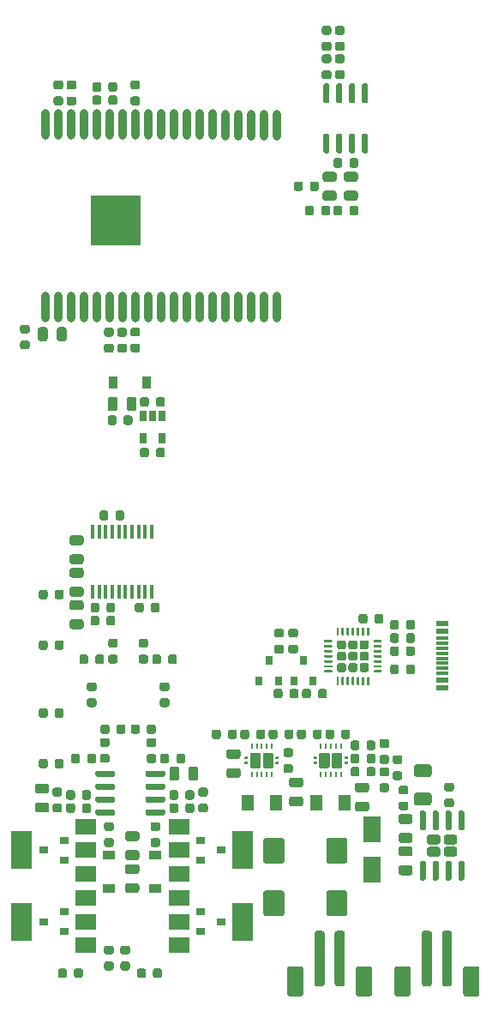
<source format=gtp>
G04 #@! TF.GenerationSoftware,KiCad,Pcbnew,(5.1.6-87-g1447494bc)*
G04 #@! TF.CreationDate,2022-08-29T16:49:27-05:00*
G04 #@! TF.ProjectId,sony-scopeman,736f6e79-2d73-4636-9f70-656d616e2e6b,rev?*
G04 #@! TF.SameCoordinates,Original*
G04 #@! TF.FileFunction,Paste,Top*
G04 #@! TF.FilePolarity,Positive*
%FSLAX46Y46*%
G04 Gerber Fmt 4.6, Leading zero omitted, Abs format (unit mm)*
G04 Created by KiCad (PCBNEW (5.1.6-87-g1447494bc)) date 2022-08-29 16:49:27*
%MOMM*%
%LPD*%
G01*
G04 APERTURE LIST*
%ADD10R,0.900000X0.800000*%
%ADD11R,0.240000X0.600000*%
%ADD12R,1.200000X1.600000*%
%ADD13R,0.900000X1.200000*%
%ADD14R,1.800000X2.500000*%
%ADD15R,1.200000X0.900000*%
%ADD16R,0.650000X1.060000*%
%ADD17R,5.000000X5.000000*%
%ADD18O,0.900000X3.000000*%
%ADD19R,0.450000X1.450000*%
%ADD20R,0.800000X0.900000*%
%ADD21R,2.000000X1.500000*%
%ADD22R,2.000000X3.800000*%
%ADD23R,1.160000X0.600000*%
%ADD24R,1.160000X0.300000*%
G04 APERTURE END LIST*
D10*
X125850000Y-134900000D03*
X123850000Y-135850000D03*
X123850000Y-133950000D03*
X125850000Y-127850000D03*
X123850000Y-128800000D03*
X123850000Y-126900000D03*
X108350001Y-134900000D03*
X110350001Y-133950000D03*
X110350001Y-135850000D03*
X108350000Y-127850000D03*
X110350000Y-126900000D03*
X110350000Y-128800000D03*
G36*
G01*
X118750000Y-88343750D02*
X118750000Y-88856250D01*
G75*
G02*
X118531250Y-89075000I-218750J0D01*
G01*
X118093750Y-89075000D01*
G75*
G02*
X117875000Y-88856250I0J218750D01*
G01*
X117875000Y-88343750D01*
G75*
G02*
X118093750Y-88125000I218750J0D01*
G01*
X118531250Y-88125000D01*
G75*
G02*
X118750000Y-88343750I0J-218750D01*
G01*
G37*
G36*
G01*
X120325000Y-88343750D02*
X120325000Y-88856250D01*
G75*
G02*
X120106250Y-89075000I-218750J0D01*
G01*
X119668750Y-89075000D01*
G75*
G02*
X119450000Y-88856250I0J218750D01*
G01*
X119450000Y-88343750D01*
G75*
G02*
X119668750Y-88125000I218750J0D01*
G01*
X120106250Y-88125000D01*
G75*
G02*
X120325000Y-88343750I0J-218750D01*
G01*
G37*
G36*
G01*
X114050000Y-53543750D02*
X114050000Y-54056250D01*
G75*
G02*
X113831250Y-54275000I-218750J0D01*
G01*
X113393750Y-54275000D01*
G75*
G02*
X113175000Y-54056250I0J218750D01*
G01*
X113175000Y-53543750D01*
G75*
G02*
X113393750Y-53325000I218750J0D01*
G01*
X113831250Y-53325000D01*
G75*
G02*
X114050000Y-53543750I0J-218750D01*
G01*
G37*
G36*
G01*
X115625000Y-53543750D02*
X115625000Y-54056250D01*
G75*
G02*
X115406250Y-54275000I-218750J0D01*
G01*
X114968750Y-54275000D01*
G75*
G02*
X114750000Y-54056250I0J218750D01*
G01*
X114750000Y-53543750D01*
G75*
G02*
X114968750Y-53325000I218750J0D01*
G01*
X115406250Y-53325000D01*
G75*
G02*
X115625000Y-53543750I0J-218750D01*
G01*
G37*
G36*
G01*
X114050000Y-52243750D02*
X114050000Y-52756250D01*
G75*
G02*
X113831250Y-52975000I-218750J0D01*
G01*
X113393750Y-52975000D01*
G75*
G02*
X113175000Y-52756250I0J218750D01*
G01*
X113175000Y-52243750D01*
G75*
G02*
X113393750Y-52025000I218750J0D01*
G01*
X113831250Y-52025000D01*
G75*
G02*
X114050000Y-52243750I0J-218750D01*
G01*
G37*
G36*
G01*
X115625000Y-52243750D02*
X115625000Y-52756250D01*
G75*
G02*
X115406250Y-52975000I-218750J0D01*
G01*
X114968750Y-52975000D01*
G75*
G02*
X114750000Y-52756250I0J218750D01*
G01*
X114750000Y-52243750D01*
G75*
G02*
X114968750Y-52025000I218750J0D01*
G01*
X115406250Y-52025000D01*
G75*
G02*
X115625000Y-52243750I0J-218750D01*
G01*
G37*
D11*
X128900000Y-117600000D03*
X129400000Y-117600000D03*
X129900000Y-117600000D03*
X130400000Y-117600000D03*
X130900000Y-117600000D03*
X130900000Y-120400000D03*
X130400000Y-120400000D03*
X129900000Y-120400000D03*
X129400000Y-120400000D03*
X128900000Y-120400000D03*
G36*
G01*
X131575000Y-118875000D02*
X131285000Y-118875000D01*
G75*
G02*
X131260000Y-118850000I0J25000D01*
G01*
X131260000Y-118650000D01*
G75*
G02*
X131285000Y-118625000I25000J0D01*
G01*
X131575000Y-118625000D01*
G75*
G02*
X131600000Y-118650000I0J-25000D01*
G01*
X131600000Y-118850000D01*
G75*
G02*
X131575000Y-118875000I-25000J0D01*
G01*
G37*
G36*
G01*
X131575000Y-119375000D02*
X131285000Y-119375000D01*
G75*
G02*
X131260000Y-119350000I0J25000D01*
G01*
X131260000Y-119150000D01*
G75*
G02*
X131285000Y-119125000I25000J0D01*
G01*
X131575000Y-119125000D01*
G75*
G02*
X131600000Y-119150000I0J-25000D01*
G01*
X131600000Y-119350000D01*
G75*
G02*
X131575000Y-119375000I-25000J0D01*
G01*
G37*
G36*
G01*
X128515000Y-118875000D02*
X128225000Y-118875000D01*
G75*
G02*
X128200000Y-118850000I0J25000D01*
G01*
X128200000Y-118650000D01*
G75*
G02*
X128225000Y-118625000I25000J0D01*
G01*
X128515000Y-118625000D01*
G75*
G02*
X128540000Y-118650000I0J-25000D01*
G01*
X128540000Y-118850000D01*
G75*
G02*
X128515000Y-118875000I-25000J0D01*
G01*
G37*
G36*
G01*
X128515000Y-119375000D02*
X128225000Y-119375000D01*
G75*
G02*
X128200000Y-119350000I0J25000D01*
G01*
X128200000Y-119150000D01*
G75*
G02*
X128225000Y-119125000I25000J0D01*
G01*
X128515000Y-119125000D01*
G75*
G02*
X128540000Y-119150000I0J-25000D01*
G01*
X128540000Y-119350000D01*
G75*
G02*
X128515000Y-119375000I-25000J0D01*
G01*
G37*
G36*
G01*
X129694000Y-119750000D02*
X128846000Y-119750000D01*
G75*
G02*
X128740000Y-119644000I0J106000D01*
G01*
X128740000Y-118356000D01*
G75*
G02*
X128846000Y-118250000I106000J0D01*
G01*
X129694000Y-118250000D01*
G75*
G02*
X129800000Y-118356000I0J-106000D01*
G01*
X129800000Y-119644000D01*
G75*
G02*
X129694000Y-119750000I-106000J0D01*
G01*
G37*
G36*
G01*
X130954000Y-119750000D02*
X130106000Y-119750000D01*
G75*
G02*
X130000000Y-119644000I0J106000D01*
G01*
X130000000Y-118356000D01*
G75*
G02*
X130106000Y-118250000I106000J0D01*
G01*
X130954000Y-118250000D01*
G75*
G02*
X131060000Y-118356000I0J-106000D01*
G01*
X131060000Y-119644000D01*
G75*
G02*
X130954000Y-119750000I-106000J0D01*
G01*
G37*
X137700000Y-120400000D03*
X137200000Y-120400000D03*
X136700000Y-120400000D03*
X136200000Y-120400000D03*
X135700000Y-120400000D03*
X135700000Y-117600000D03*
X136200000Y-117600000D03*
X136700000Y-117600000D03*
X137200000Y-117600000D03*
X137700000Y-117600000D03*
G36*
G01*
X135025000Y-119125000D02*
X135315000Y-119125000D01*
G75*
G02*
X135340000Y-119150000I0J-25000D01*
G01*
X135340000Y-119350000D01*
G75*
G02*
X135315000Y-119375000I-25000J0D01*
G01*
X135025000Y-119375000D01*
G75*
G02*
X135000000Y-119350000I0J25000D01*
G01*
X135000000Y-119150000D01*
G75*
G02*
X135025000Y-119125000I25000J0D01*
G01*
G37*
G36*
G01*
X135025000Y-118625000D02*
X135315000Y-118625000D01*
G75*
G02*
X135340000Y-118650000I0J-25000D01*
G01*
X135340000Y-118850000D01*
G75*
G02*
X135315000Y-118875000I-25000J0D01*
G01*
X135025000Y-118875000D01*
G75*
G02*
X135000000Y-118850000I0J25000D01*
G01*
X135000000Y-118650000D01*
G75*
G02*
X135025000Y-118625000I25000J0D01*
G01*
G37*
G36*
G01*
X138085000Y-119125000D02*
X138375000Y-119125000D01*
G75*
G02*
X138400000Y-119150000I0J-25000D01*
G01*
X138400000Y-119350000D01*
G75*
G02*
X138375000Y-119375000I-25000J0D01*
G01*
X138085000Y-119375000D01*
G75*
G02*
X138060000Y-119350000I0J25000D01*
G01*
X138060000Y-119150000D01*
G75*
G02*
X138085000Y-119125000I25000J0D01*
G01*
G37*
G36*
G01*
X138085000Y-118625000D02*
X138375000Y-118625000D01*
G75*
G02*
X138400000Y-118650000I0J-25000D01*
G01*
X138400000Y-118850000D01*
G75*
G02*
X138375000Y-118875000I-25000J0D01*
G01*
X138085000Y-118875000D01*
G75*
G02*
X138060000Y-118850000I0J25000D01*
G01*
X138060000Y-118650000D01*
G75*
G02*
X138085000Y-118625000I25000J0D01*
G01*
G37*
G36*
G01*
X136906000Y-118250000D02*
X137754000Y-118250000D01*
G75*
G02*
X137860000Y-118356000I0J-106000D01*
G01*
X137860000Y-119644000D01*
G75*
G02*
X137754000Y-119750000I-106000J0D01*
G01*
X136906000Y-119750000D01*
G75*
G02*
X136800000Y-119644000I0J106000D01*
G01*
X136800000Y-118356000D01*
G75*
G02*
X136906000Y-118250000I106000J0D01*
G01*
G37*
G36*
G01*
X135646000Y-118250000D02*
X136494000Y-118250000D01*
G75*
G02*
X136600000Y-118356000I0J-106000D01*
G01*
X136600000Y-119644000D01*
G75*
G02*
X136494000Y-119750000I-106000J0D01*
G01*
X135646000Y-119750000D01*
G75*
G02*
X135540000Y-119644000I0J106000D01*
G01*
X135540000Y-118356000D01*
G75*
G02*
X135646000Y-118250000I106000J0D01*
G01*
G37*
G36*
G01*
X108750000Y-76443750D02*
X108750000Y-77356250D01*
G75*
G02*
X108506250Y-77600000I-243750J0D01*
G01*
X108018750Y-77600000D01*
G75*
G02*
X107775000Y-77356250I0J243750D01*
G01*
X107775000Y-76443750D01*
G75*
G02*
X108018750Y-76200000I243750J0D01*
G01*
X108506250Y-76200000D01*
G75*
G02*
X108750000Y-76443750I0J-243750D01*
G01*
G37*
G36*
G01*
X110625000Y-76443750D02*
X110625000Y-77356250D01*
G75*
G02*
X110381250Y-77600000I-243750J0D01*
G01*
X109893750Y-77600000D01*
G75*
G02*
X109650000Y-77356250I0J243750D01*
G01*
X109650000Y-76443750D01*
G75*
G02*
X109893750Y-76200000I243750J0D01*
G01*
X110381250Y-76200000D01*
G75*
G02*
X110625000Y-76443750I0J-243750D01*
G01*
G37*
G36*
G01*
X127556250Y-118850000D02*
X126643750Y-118850000D01*
G75*
G02*
X126400000Y-118606250I0J243750D01*
G01*
X126400000Y-118118750D01*
G75*
G02*
X126643750Y-117875000I243750J0D01*
G01*
X127556250Y-117875000D01*
G75*
G02*
X127800000Y-118118750I0J-243750D01*
G01*
X127800000Y-118606250D01*
G75*
G02*
X127556250Y-118850000I-243750J0D01*
G01*
G37*
G36*
G01*
X127556250Y-120725000D02*
X126643750Y-120725000D01*
G75*
G02*
X126400000Y-120481250I0J243750D01*
G01*
X126400000Y-119993750D01*
G75*
G02*
X126643750Y-119750000I243750J0D01*
G01*
X127556250Y-119750000D01*
G75*
G02*
X127800000Y-119993750I0J-243750D01*
G01*
X127800000Y-120481250D01*
G75*
G02*
X127556250Y-120725000I-243750J0D01*
G01*
G37*
G36*
G01*
X144556250Y-128450000D02*
X143643750Y-128450000D01*
G75*
G02*
X143400000Y-128206250I0J243750D01*
G01*
X143400000Y-127718750D01*
G75*
G02*
X143643750Y-127475000I243750J0D01*
G01*
X144556250Y-127475000D01*
G75*
G02*
X144800000Y-127718750I0J-243750D01*
G01*
X144800000Y-128206250D01*
G75*
G02*
X144556250Y-128450000I-243750J0D01*
G01*
G37*
G36*
G01*
X144556250Y-130325000D02*
X143643750Y-130325000D01*
G75*
G02*
X143400000Y-130081250I0J243750D01*
G01*
X143400000Y-129593750D01*
G75*
G02*
X143643750Y-129350000I243750J0D01*
G01*
X144556250Y-129350000D01*
G75*
G02*
X144800000Y-129593750I0J-243750D01*
G01*
X144800000Y-130081250D01*
G75*
G02*
X144556250Y-130325000I-243750J0D01*
G01*
G37*
G36*
G01*
X149455000Y-128900000D02*
X149755000Y-128900000D01*
G75*
G02*
X149905000Y-129050000I0J-150000D01*
G01*
X149905000Y-130700000D01*
G75*
G02*
X149755000Y-130850000I-150000J0D01*
G01*
X149455000Y-130850000D01*
G75*
G02*
X149305000Y-130700000I0J150000D01*
G01*
X149305000Y-129050000D01*
G75*
G02*
X149455000Y-128900000I150000J0D01*
G01*
G37*
G36*
G01*
X148185000Y-128900000D02*
X148485000Y-128900000D01*
G75*
G02*
X148635000Y-129050000I0J-150000D01*
G01*
X148635000Y-130700000D01*
G75*
G02*
X148485000Y-130850000I-150000J0D01*
G01*
X148185000Y-130850000D01*
G75*
G02*
X148035000Y-130700000I0J150000D01*
G01*
X148035000Y-129050000D01*
G75*
G02*
X148185000Y-128900000I150000J0D01*
G01*
G37*
G36*
G01*
X146915000Y-128900000D02*
X147215000Y-128900000D01*
G75*
G02*
X147365000Y-129050000I0J-150000D01*
G01*
X147365000Y-130700000D01*
G75*
G02*
X147215000Y-130850000I-150000J0D01*
G01*
X146915000Y-130850000D01*
G75*
G02*
X146765000Y-130700000I0J150000D01*
G01*
X146765000Y-129050000D01*
G75*
G02*
X146915000Y-128900000I150000J0D01*
G01*
G37*
G36*
G01*
X145645000Y-128900000D02*
X145945000Y-128900000D01*
G75*
G02*
X146095000Y-129050000I0J-150000D01*
G01*
X146095000Y-130700000D01*
G75*
G02*
X145945000Y-130850000I-150000J0D01*
G01*
X145645000Y-130850000D01*
G75*
G02*
X145495000Y-130700000I0J150000D01*
G01*
X145495000Y-129050000D01*
G75*
G02*
X145645000Y-128900000I150000J0D01*
G01*
G37*
G36*
G01*
X145645000Y-123950000D02*
X145945000Y-123950000D01*
G75*
G02*
X146095000Y-124100000I0J-150000D01*
G01*
X146095000Y-125750000D01*
G75*
G02*
X145945000Y-125900000I-150000J0D01*
G01*
X145645000Y-125900000D01*
G75*
G02*
X145495000Y-125750000I0J150000D01*
G01*
X145495000Y-124100000D01*
G75*
G02*
X145645000Y-123950000I150000J0D01*
G01*
G37*
G36*
G01*
X146915000Y-123950000D02*
X147215000Y-123950000D01*
G75*
G02*
X147365000Y-124100000I0J-150000D01*
G01*
X147365000Y-125750000D01*
G75*
G02*
X147215000Y-125900000I-150000J0D01*
G01*
X146915000Y-125900000D01*
G75*
G02*
X146765000Y-125750000I0J150000D01*
G01*
X146765000Y-124100000D01*
G75*
G02*
X146915000Y-123950000I150000J0D01*
G01*
G37*
G36*
G01*
X148185000Y-123950000D02*
X148485000Y-123950000D01*
G75*
G02*
X148635000Y-124100000I0J-150000D01*
G01*
X148635000Y-125750000D01*
G75*
G02*
X148485000Y-125900000I-150000J0D01*
G01*
X148185000Y-125900000D01*
G75*
G02*
X148035000Y-125750000I0J150000D01*
G01*
X148035000Y-124100000D01*
G75*
G02*
X148185000Y-123950000I150000J0D01*
G01*
G37*
G36*
G01*
X149455000Y-123950000D02*
X149755000Y-123950000D01*
G75*
G02*
X149905000Y-124100000I0J-150000D01*
G01*
X149905000Y-125750000D01*
G75*
G02*
X149755000Y-125900000I-150000J0D01*
G01*
X149455000Y-125900000D01*
G75*
G02*
X149305000Y-125750000I0J150000D01*
G01*
X149305000Y-124100000D01*
G75*
G02*
X149455000Y-123950000I150000J0D01*
G01*
G37*
G36*
G01*
X146452500Y-127515000D02*
X147297500Y-127515000D01*
G75*
G02*
X147540000Y-127757500I0J-242500D01*
G01*
X147540000Y-128242500D01*
G75*
G02*
X147297500Y-128485000I-242500J0D01*
G01*
X146452500Y-128485000D01*
G75*
G02*
X146210000Y-128242500I0J242500D01*
G01*
X146210000Y-127757500D01*
G75*
G02*
X146452500Y-127515000I242500J0D01*
G01*
G37*
G36*
G01*
X148102500Y-127515000D02*
X148947500Y-127515000D01*
G75*
G02*
X149190000Y-127757500I0J-242500D01*
G01*
X149190000Y-128242500D01*
G75*
G02*
X148947500Y-128485000I-242500J0D01*
G01*
X148102500Y-128485000D01*
G75*
G02*
X147860000Y-128242500I0J242500D01*
G01*
X147860000Y-127757500D01*
G75*
G02*
X148102500Y-127515000I242500J0D01*
G01*
G37*
G36*
G01*
X146452500Y-126315000D02*
X147297500Y-126315000D01*
G75*
G02*
X147540000Y-126557500I0J-242500D01*
G01*
X147540000Y-127042500D01*
G75*
G02*
X147297500Y-127285000I-242500J0D01*
G01*
X146452500Y-127285000D01*
G75*
G02*
X146210000Y-127042500I0J242500D01*
G01*
X146210000Y-126557500D01*
G75*
G02*
X146452500Y-126315000I242500J0D01*
G01*
G37*
G36*
G01*
X148102500Y-126315000D02*
X148947500Y-126315000D01*
G75*
G02*
X149190000Y-126557500I0J-242500D01*
G01*
X149190000Y-127042500D01*
G75*
G02*
X148947500Y-127285000I-242500J0D01*
G01*
X148102500Y-127285000D01*
G75*
G02*
X147860000Y-127042500I0J242500D01*
G01*
X147860000Y-126557500D01*
G75*
G02*
X148102500Y-126315000I242500J0D01*
G01*
G37*
G36*
G01*
X145175000Y-122175000D02*
X146425000Y-122175000D01*
G75*
G02*
X146675000Y-122425000I0J-250000D01*
G01*
X146675000Y-123175000D01*
G75*
G02*
X146425000Y-123425000I-250000J0D01*
G01*
X145175000Y-123425000D01*
G75*
G02*
X144925000Y-123175000I0J250000D01*
G01*
X144925000Y-122425000D01*
G75*
G02*
X145175000Y-122175000I250000J0D01*
G01*
G37*
G36*
G01*
X145175000Y-119375000D02*
X146425000Y-119375000D01*
G75*
G02*
X146675000Y-119625000I0J-250000D01*
G01*
X146675000Y-120375000D01*
G75*
G02*
X146425000Y-120625000I-250000J0D01*
G01*
X145175000Y-120625000D01*
G75*
G02*
X144925000Y-120375000I0J250000D01*
G01*
X144925000Y-119625000D01*
G75*
G02*
X145175000Y-119375000I250000J0D01*
G01*
G37*
G36*
G01*
X144600000Y-139549600D02*
X144600000Y-142050400D01*
G75*
G02*
X144350400Y-142300000I-249600J0D01*
G01*
X143249600Y-142300000D01*
G75*
G02*
X143000000Y-142050400I0J249600D01*
G01*
X143000000Y-139549600D01*
G75*
G02*
X143249600Y-139300000I249600J0D01*
G01*
X144350400Y-139300000D01*
G75*
G02*
X144600000Y-139549600I0J-249600D01*
G01*
G37*
G36*
G01*
X151400000Y-139549600D02*
X151400000Y-142050400D01*
G75*
G02*
X151150400Y-142300000I-249600J0D01*
G01*
X150049600Y-142300000D01*
G75*
G02*
X149800000Y-142050400I0J249600D01*
G01*
X149800000Y-139549600D01*
G75*
G02*
X150049600Y-139300000I249600J0D01*
G01*
X151150400Y-139300000D01*
G75*
G02*
X151400000Y-139549600I0J-249600D01*
G01*
G37*
G36*
G01*
X146700000Y-136050000D02*
X146700000Y-141050000D01*
G75*
G02*
X146450000Y-141300000I-250000J0D01*
G01*
X145950000Y-141300000D01*
G75*
G02*
X145700000Y-141050000I0J250000D01*
G01*
X145700000Y-136050000D01*
G75*
G02*
X145950000Y-135800000I250000J0D01*
G01*
X146450000Y-135800000D01*
G75*
G02*
X146700000Y-136050000I0J-250000D01*
G01*
G37*
G36*
G01*
X148700000Y-136050000D02*
X148700000Y-141050000D01*
G75*
G02*
X148450000Y-141300000I-250000J0D01*
G01*
X147950000Y-141300000D01*
G75*
G02*
X147700000Y-141050000I0J250000D01*
G01*
X147700000Y-136050000D01*
G75*
G02*
X147950000Y-135800000I250000J0D01*
G01*
X148450000Y-135800000D01*
G75*
G02*
X148700000Y-136050000I0J-250000D01*
G01*
G37*
G36*
G01*
X134000000Y-139549600D02*
X134000000Y-142050400D01*
G75*
G02*
X133750400Y-142300000I-249600J0D01*
G01*
X132649600Y-142300000D01*
G75*
G02*
X132400000Y-142050400I0J249600D01*
G01*
X132400000Y-139549600D01*
G75*
G02*
X132649600Y-139300000I249600J0D01*
G01*
X133750400Y-139300000D01*
G75*
G02*
X134000000Y-139549600I0J-249600D01*
G01*
G37*
G36*
G01*
X140800000Y-139549600D02*
X140800000Y-142050400D01*
G75*
G02*
X140550400Y-142300000I-249600J0D01*
G01*
X139449600Y-142300000D01*
G75*
G02*
X139200000Y-142050400I0J249600D01*
G01*
X139200000Y-139549600D01*
G75*
G02*
X139449600Y-139300000I249600J0D01*
G01*
X140550400Y-139300000D01*
G75*
G02*
X140800000Y-139549600I0J-249600D01*
G01*
G37*
G36*
G01*
X136100000Y-136050000D02*
X136100000Y-141050000D01*
G75*
G02*
X135850000Y-141300000I-250000J0D01*
G01*
X135350000Y-141300000D01*
G75*
G02*
X135100000Y-141050000I0J250000D01*
G01*
X135100000Y-136050000D01*
G75*
G02*
X135350000Y-135800000I250000J0D01*
G01*
X135850000Y-135800000D01*
G75*
G02*
X136100000Y-136050000I0J-250000D01*
G01*
G37*
G36*
G01*
X138100000Y-136050000D02*
X138100000Y-141050000D01*
G75*
G02*
X137850000Y-141300000I-250000J0D01*
G01*
X137350000Y-141300000D01*
G75*
G02*
X137100000Y-141050000I0J250000D01*
G01*
X137100000Y-136050000D01*
G75*
G02*
X137350000Y-135800000I250000J0D01*
G01*
X137850000Y-135800000D01*
G75*
G02*
X138100000Y-136050000I0J-250000D01*
G01*
G37*
G36*
G01*
X132125000Y-132075000D02*
X132125000Y-134125000D01*
G75*
G02*
X131875000Y-134375000I-250000J0D01*
G01*
X130300000Y-134375000D01*
G75*
G02*
X130050000Y-134125000I0J250000D01*
G01*
X130050000Y-132075000D01*
G75*
G02*
X130300000Y-131825000I250000J0D01*
G01*
X131875000Y-131825000D01*
G75*
G02*
X132125000Y-132075000I0J-250000D01*
G01*
G37*
G36*
G01*
X138350000Y-132075000D02*
X138350000Y-134125000D01*
G75*
G02*
X138100000Y-134375000I-250000J0D01*
G01*
X136525000Y-134375000D01*
G75*
G02*
X136275000Y-134125000I0J250000D01*
G01*
X136275000Y-132075000D01*
G75*
G02*
X136525000Y-131825000I250000J0D01*
G01*
X138100000Y-131825000D01*
G75*
G02*
X138350000Y-132075000I0J-250000D01*
G01*
G37*
G36*
G01*
X136275000Y-128925000D02*
X136275000Y-126875000D01*
G75*
G02*
X136525000Y-126625000I250000J0D01*
G01*
X138100000Y-126625000D01*
G75*
G02*
X138350000Y-126875000I0J-250000D01*
G01*
X138350000Y-128925000D01*
G75*
G02*
X138100000Y-129175000I-250000J0D01*
G01*
X136525000Y-129175000D01*
G75*
G02*
X136275000Y-128925000I0J250000D01*
G01*
G37*
G36*
G01*
X130050000Y-128925000D02*
X130050000Y-126875000D01*
G75*
G02*
X130300000Y-126625000I250000J0D01*
G01*
X131875000Y-126625000D01*
G75*
G02*
X132125000Y-126875000I0J-250000D01*
G01*
X132125000Y-128925000D01*
G75*
G02*
X131875000Y-129175000I-250000J0D01*
G01*
X130300000Y-129175000D01*
G75*
G02*
X130050000Y-128925000I0J250000D01*
G01*
G37*
D12*
X128500000Y-123200000D03*
X131300000Y-123200000D03*
X135300000Y-123200000D03*
X138100000Y-123200000D03*
G36*
G01*
X138243750Y-62750000D02*
X139156250Y-62750000D01*
G75*
G02*
X139400000Y-62993750I0J-243750D01*
G01*
X139400000Y-63481250D01*
G75*
G02*
X139156250Y-63725000I-243750J0D01*
G01*
X138243750Y-63725000D01*
G75*
G02*
X138000000Y-63481250I0J243750D01*
G01*
X138000000Y-62993750D01*
G75*
G02*
X138243750Y-62750000I243750J0D01*
G01*
G37*
G36*
G01*
X138243750Y-60875000D02*
X139156250Y-60875000D01*
G75*
G02*
X139400000Y-61118750I0J-243750D01*
G01*
X139400000Y-61606250D01*
G75*
G02*
X139156250Y-61850000I-243750J0D01*
G01*
X138243750Y-61850000D01*
G75*
G02*
X138000000Y-61606250I0J243750D01*
G01*
X138000000Y-61118750D01*
G75*
G02*
X138243750Y-60875000I243750J0D01*
G01*
G37*
G36*
G01*
X137056250Y-61850000D02*
X136143750Y-61850000D01*
G75*
G02*
X135900000Y-61606250I0J243750D01*
G01*
X135900000Y-61118750D01*
G75*
G02*
X136143750Y-60875000I243750J0D01*
G01*
X137056250Y-60875000D01*
G75*
G02*
X137300000Y-61118750I0J-243750D01*
G01*
X137300000Y-61606250D01*
G75*
G02*
X137056250Y-61850000I-243750J0D01*
G01*
G37*
G36*
G01*
X137056250Y-63725000D02*
X136143750Y-63725000D01*
G75*
G02*
X135900000Y-63481250I0J243750D01*
G01*
X135900000Y-62993750D01*
G75*
G02*
X136143750Y-62750000I243750J0D01*
G01*
X137056250Y-62750000D01*
G75*
G02*
X137300000Y-62993750I0J-243750D01*
G01*
X137300000Y-63481250D01*
G75*
G02*
X137056250Y-63725000I-243750J0D01*
G01*
G37*
G36*
G01*
X112056250Y-100950000D02*
X111143750Y-100950000D01*
G75*
G02*
X110900000Y-100706250I0J243750D01*
G01*
X110900000Y-100218750D01*
G75*
G02*
X111143750Y-99975000I243750J0D01*
G01*
X112056250Y-99975000D01*
G75*
G02*
X112300000Y-100218750I0J-243750D01*
G01*
X112300000Y-100706250D01*
G75*
G02*
X112056250Y-100950000I-243750J0D01*
G01*
G37*
G36*
G01*
X112056250Y-102825000D02*
X111143750Y-102825000D01*
G75*
G02*
X110900000Y-102581250I0J243750D01*
G01*
X110900000Y-102093750D01*
G75*
G02*
X111143750Y-101850000I243750J0D01*
G01*
X112056250Y-101850000D01*
G75*
G02*
X112300000Y-102093750I0J-243750D01*
G01*
X112300000Y-102581250D01*
G75*
G02*
X112056250Y-102825000I-243750J0D01*
G01*
G37*
D13*
X118550000Y-81700000D03*
X115250000Y-81700000D03*
D14*
X140800000Y-129800000D03*
X140800000Y-125800000D03*
D15*
X119400000Y-128350000D03*
X119400000Y-131650000D03*
X114800000Y-128350000D03*
X114800000Y-131650000D03*
D16*
X120050000Y-87200000D03*
X118150000Y-87200000D03*
X118150000Y-85000000D03*
X119100000Y-85000000D03*
X120050000Y-85000000D03*
G36*
G01*
X140525000Y-110812500D02*
X140525000Y-111487500D01*
G75*
G02*
X140462500Y-111550000I-62500J0D01*
G01*
X140337500Y-111550000D01*
G75*
G02*
X140275000Y-111487500I0J62500D01*
G01*
X140275000Y-110812500D01*
G75*
G02*
X140337500Y-110750000I62500J0D01*
G01*
X140462500Y-110750000D01*
G75*
G02*
X140525000Y-110812500I0J-62500D01*
G01*
G37*
G36*
G01*
X140025000Y-110812500D02*
X140025000Y-111487500D01*
G75*
G02*
X139962500Y-111550000I-62500J0D01*
G01*
X139837500Y-111550000D01*
G75*
G02*
X139775000Y-111487500I0J62500D01*
G01*
X139775000Y-110812500D01*
G75*
G02*
X139837500Y-110750000I62500J0D01*
G01*
X139962500Y-110750000D01*
G75*
G02*
X140025000Y-110812500I0J-62500D01*
G01*
G37*
G36*
G01*
X139525000Y-110812500D02*
X139525000Y-111487500D01*
G75*
G02*
X139462500Y-111550000I-62500J0D01*
G01*
X139337500Y-111550000D01*
G75*
G02*
X139275000Y-111487500I0J62500D01*
G01*
X139275000Y-110812500D01*
G75*
G02*
X139337500Y-110750000I62500J0D01*
G01*
X139462500Y-110750000D01*
G75*
G02*
X139525000Y-110812500I0J-62500D01*
G01*
G37*
G36*
G01*
X139025000Y-110812500D02*
X139025000Y-111487500D01*
G75*
G02*
X138962500Y-111550000I-62500J0D01*
G01*
X138837500Y-111550000D01*
G75*
G02*
X138775000Y-111487500I0J62500D01*
G01*
X138775000Y-110812500D01*
G75*
G02*
X138837500Y-110750000I62500J0D01*
G01*
X138962500Y-110750000D01*
G75*
G02*
X139025000Y-110812500I0J-62500D01*
G01*
G37*
G36*
G01*
X138525000Y-110812500D02*
X138525000Y-111487500D01*
G75*
G02*
X138462500Y-111550000I-62500J0D01*
G01*
X138337500Y-111550000D01*
G75*
G02*
X138275000Y-111487500I0J62500D01*
G01*
X138275000Y-110812500D01*
G75*
G02*
X138337500Y-110750000I62500J0D01*
G01*
X138462500Y-110750000D01*
G75*
G02*
X138525000Y-110812500I0J-62500D01*
G01*
G37*
G36*
G01*
X138025000Y-110812500D02*
X138025000Y-111487500D01*
G75*
G02*
X137962500Y-111550000I-62500J0D01*
G01*
X137837500Y-111550000D01*
G75*
G02*
X137775000Y-111487500I0J62500D01*
G01*
X137775000Y-110812500D01*
G75*
G02*
X137837500Y-110750000I62500J0D01*
G01*
X137962500Y-110750000D01*
G75*
G02*
X138025000Y-110812500I0J-62500D01*
G01*
G37*
G36*
G01*
X137525000Y-110812500D02*
X137525000Y-111487500D01*
G75*
G02*
X137462500Y-111550000I-62500J0D01*
G01*
X137337500Y-111550000D01*
G75*
G02*
X137275000Y-111487500I0J62500D01*
G01*
X137275000Y-110812500D01*
G75*
G02*
X137337500Y-110750000I62500J0D01*
G01*
X137462500Y-110750000D01*
G75*
G02*
X137525000Y-110812500I0J-62500D01*
G01*
G37*
G36*
G01*
X136850000Y-110137500D02*
X136850000Y-110262500D01*
G75*
G02*
X136787500Y-110325000I-62500J0D01*
G01*
X136112500Y-110325000D01*
G75*
G02*
X136050000Y-110262500I0J62500D01*
G01*
X136050000Y-110137500D01*
G75*
G02*
X136112500Y-110075000I62500J0D01*
G01*
X136787500Y-110075000D01*
G75*
G02*
X136850000Y-110137500I0J-62500D01*
G01*
G37*
G36*
G01*
X136850000Y-109637500D02*
X136850000Y-109762500D01*
G75*
G02*
X136787500Y-109825000I-62500J0D01*
G01*
X136112500Y-109825000D01*
G75*
G02*
X136050000Y-109762500I0J62500D01*
G01*
X136050000Y-109637500D01*
G75*
G02*
X136112500Y-109575000I62500J0D01*
G01*
X136787500Y-109575000D01*
G75*
G02*
X136850000Y-109637500I0J-62500D01*
G01*
G37*
G36*
G01*
X136850000Y-109137500D02*
X136850000Y-109262500D01*
G75*
G02*
X136787500Y-109325000I-62500J0D01*
G01*
X136112500Y-109325000D01*
G75*
G02*
X136050000Y-109262500I0J62500D01*
G01*
X136050000Y-109137500D01*
G75*
G02*
X136112500Y-109075000I62500J0D01*
G01*
X136787500Y-109075000D01*
G75*
G02*
X136850000Y-109137500I0J-62500D01*
G01*
G37*
G36*
G01*
X136850000Y-108637500D02*
X136850000Y-108762500D01*
G75*
G02*
X136787500Y-108825000I-62500J0D01*
G01*
X136112500Y-108825000D01*
G75*
G02*
X136050000Y-108762500I0J62500D01*
G01*
X136050000Y-108637500D01*
G75*
G02*
X136112500Y-108575000I62500J0D01*
G01*
X136787500Y-108575000D01*
G75*
G02*
X136850000Y-108637500I0J-62500D01*
G01*
G37*
G36*
G01*
X136850000Y-108137500D02*
X136850000Y-108262500D01*
G75*
G02*
X136787500Y-108325000I-62500J0D01*
G01*
X136112500Y-108325000D01*
G75*
G02*
X136050000Y-108262500I0J62500D01*
G01*
X136050000Y-108137500D01*
G75*
G02*
X136112500Y-108075000I62500J0D01*
G01*
X136787500Y-108075000D01*
G75*
G02*
X136850000Y-108137500I0J-62500D01*
G01*
G37*
G36*
G01*
X136850000Y-107637500D02*
X136850000Y-107762500D01*
G75*
G02*
X136787500Y-107825000I-62500J0D01*
G01*
X136112500Y-107825000D01*
G75*
G02*
X136050000Y-107762500I0J62500D01*
G01*
X136050000Y-107637500D01*
G75*
G02*
X136112500Y-107575000I62500J0D01*
G01*
X136787500Y-107575000D01*
G75*
G02*
X136850000Y-107637500I0J-62500D01*
G01*
G37*
G36*
G01*
X136850000Y-107137500D02*
X136850000Y-107262500D01*
G75*
G02*
X136787500Y-107325000I-62500J0D01*
G01*
X136112500Y-107325000D01*
G75*
G02*
X136050000Y-107262500I0J62500D01*
G01*
X136050000Y-107137500D01*
G75*
G02*
X136112500Y-107075000I62500J0D01*
G01*
X136787500Y-107075000D01*
G75*
G02*
X136850000Y-107137500I0J-62500D01*
G01*
G37*
G36*
G01*
X137525000Y-105912500D02*
X137525000Y-106587500D01*
G75*
G02*
X137462500Y-106650000I-62500J0D01*
G01*
X137337500Y-106650000D01*
G75*
G02*
X137275000Y-106587500I0J62500D01*
G01*
X137275000Y-105912500D01*
G75*
G02*
X137337500Y-105850000I62500J0D01*
G01*
X137462500Y-105850000D01*
G75*
G02*
X137525000Y-105912500I0J-62500D01*
G01*
G37*
G36*
G01*
X138025000Y-105912500D02*
X138025000Y-106587500D01*
G75*
G02*
X137962500Y-106650000I-62500J0D01*
G01*
X137837500Y-106650000D01*
G75*
G02*
X137775000Y-106587500I0J62500D01*
G01*
X137775000Y-105912500D01*
G75*
G02*
X137837500Y-105850000I62500J0D01*
G01*
X137962500Y-105850000D01*
G75*
G02*
X138025000Y-105912500I0J-62500D01*
G01*
G37*
G36*
G01*
X138525000Y-105912500D02*
X138525000Y-106587500D01*
G75*
G02*
X138462500Y-106650000I-62500J0D01*
G01*
X138337500Y-106650000D01*
G75*
G02*
X138275000Y-106587500I0J62500D01*
G01*
X138275000Y-105912500D01*
G75*
G02*
X138337500Y-105850000I62500J0D01*
G01*
X138462500Y-105850000D01*
G75*
G02*
X138525000Y-105912500I0J-62500D01*
G01*
G37*
G36*
G01*
X139025000Y-105912500D02*
X139025000Y-106587500D01*
G75*
G02*
X138962500Y-106650000I-62500J0D01*
G01*
X138837500Y-106650000D01*
G75*
G02*
X138775000Y-106587500I0J62500D01*
G01*
X138775000Y-105912500D01*
G75*
G02*
X138837500Y-105850000I62500J0D01*
G01*
X138962500Y-105850000D01*
G75*
G02*
X139025000Y-105912500I0J-62500D01*
G01*
G37*
G36*
G01*
X139525000Y-105912500D02*
X139525000Y-106587500D01*
G75*
G02*
X139462500Y-106650000I-62500J0D01*
G01*
X139337500Y-106650000D01*
G75*
G02*
X139275000Y-106587500I0J62500D01*
G01*
X139275000Y-105912500D01*
G75*
G02*
X139337500Y-105850000I62500J0D01*
G01*
X139462500Y-105850000D01*
G75*
G02*
X139525000Y-105912500I0J-62500D01*
G01*
G37*
G36*
G01*
X140025000Y-105912500D02*
X140025000Y-106587500D01*
G75*
G02*
X139962500Y-106650000I-62500J0D01*
G01*
X139837500Y-106650000D01*
G75*
G02*
X139775000Y-106587500I0J62500D01*
G01*
X139775000Y-105912500D01*
G75*
G02*
X139837500Y-105850000I62500J0D01*
G01*
X139962500Y-105850000D01*
G75*
G02*
X140025000Y-105912500I0J-62500D01*
G01*
G37*
G36*
G01*
X140525000Y-105912500D02*
X140525000Y-106587500D01*
G75*
G02*
X140462500Y-106650000I-62500J0D01*
G01*
X140337500Y-106650000D01*
G75*
G02*
X140275000Y-106587500I0J62500D01*
G01*
X140275000Y-105912500D01*
G75*
G02*
X140337500Y-105850000I62500J0D01*
G01*
X140462500Y-105850000D01*
G75*
G02*
X140525000Y-105912500I0J-62500D01*
G01*
G37*
G36*
G01*
X141750000Y-107137500D02*
X141750000Y-107262500D01*
G75*
G02*
X141687500Y-107325000I-62500J0D01*
G01*
X141012500Y-107325000D01*
G75*
G02*
X140950000Y-107262500I0J62500D01*
G01*
X140950000Y-107137500D01*
G75*
G02*
X141012500Y-107075000I62500J0D01*
G01*
X141687500Y-107075000D01*
G75*
G02*
X141750000Y-107137500I0J-62500D01*
G01*
G37*
G36*
G01*
X141750000Y-107637500D02*
X141750000Y-107762500D01*
G75*
G02*
X141687500Y-107825000I-62500J0D01*
G01*
X141012500Y-107825000D01*
G75*
G02*
X140950000Y-107762500I0J62500D01*
G01*
X140950000Y-107637500D01*
G75*
G02*
X141012500Y-107575000I62500J0D01*
G01*
X141687500Y-107575000D01*
G75*
G02*
X141750000Y-107637500I0J-62500D01*
G01*
G37*
G36*
G01*
X141750000Y-108137500D02*
X141750000Y-108262500D01*
G75*
G02*
X141687500Y-108325000I-62500J0D01*
G01*
X141012500Y-108325000D01*
G75*
G02*
X140950000Y-108262500I0J62500D01*
G01*
X140950000Y-108137500D01*
G75*
G02*
X141012500Y-108075000I62500J0D01*
G01*
X141687500Y-108075000D01*
G75*
G02*
X141750000Y-108137500I0J-62500D01*
G01*
G37*
G36*
G01*
X141750000Y-108637500D02*
X141750000Y-108762500D01*
G75*
G02*
X141687500Y-108825000I-62500J0D01*
G01*
X141012500Y-108825000D01*
G75*
G02*
X140950000Y-108762500I0J62500D01*
G01*
X140950000Y-108637500D01*
G75*
G02*
X141012500Y-108575000I62500J0D01*
G01*
X141687500Y-108575000D01*
G75*
G02*
X141750000Y-108637500I0J-62500D01*
G01*
G37*
G36*
G01*
X141750000Y-109137500D02*
X141750000Y-109262500D01*
G75*
G02*
X141687500Y-109325000I-62500J0D01*
G01*
X141012500Y-109325000D01*
G75*
G02*
X140950000Y-109262500I0J62500D01*
G01*
X140950000Y-109137500D01*
G75*
G02*
X141012500Y-109075000I62500J0D01*
G01*
X141687500Y-109075000D01*
G75*
G02*
X141750000Y-109137500I0J-62500D01*
G01*
G37*
G36*
G01*
X141750000Y-109637500D02*
X141750000Y-109762500D01*
G75*
G02*
X141687500Y-109825000I-62500J0D01*
G01*
X141012500Y-109825000D01*
G75*
G02*
X140950000Y-109762500I0J62500D01*
G01*
X140950000Y-109637500D01*
G75*
G02*
X141012500Y-109575000I62500J0D01*
G01*
X141687500Y-109575000D01*
G75*
G02*
X141750000Y-109637500I0J-62500D01*
G01*
G37*
G36*
G01*
X141750000Y-110137500D02*
X141750000Y-110262500D01*
G75*
G02*
X141687500Y-110325000I-62500J0D01*
G01*
X141012500Y-110325000D01*
G75*
G02*
X140950000Y-110262500I0J62500D01*
G01*
X140950000Y-110137500D01*
G75*
G02*
X141012500Y-110075000I62500J0D01*
G01*
X141687500Y-110075000D01*
G75*
G02*
X141750000Y-110137500I0J-62500D01*
G01*
G37*
G36*
G01*
X138230000Y-107355000D02*
X138230000Y-107805000D01*
G75*
G02*
X138005000Y-108030000I-225000J0D01*
G01*
X137555000Y-108030000D01*
G75*
G02*
X137330000Y-107805000I0J225000D01*
G01*
X137330000Y-107355000D01*
G75*
G02*
X137555000Y-107130000I225000J0D01*
G01*
X138005000Y-107130000D01*
G75*
G02*
X138230000Y-107355000I0J-225000D01*
G01*
G37*
G36*
G01*
X138230000Y-108475000D02*
X138230000Y-108925000D01*
G75*
G02*
X138005000Y-109150000I-225000J0D01*
G01*
X137555000Y-109150000D01*
G75*
G02*
X137330000Y-108925000I0J225000D01*
G01*
X137330000Y-108475000D01*
G75*
G02*
X137555000Y-108250000I225000J0D01*
G01*
X138005000Y-108250000D01*
G75*
G02*
X138230000Y-108475000I0J-225000D01*
G01*
G37*
G36*
G01*
X138230000Y-109595000D02*
X138230000Y-110045000D01*
G75*
G02*
X138005000Y-110270000I-225000J0D01*
G01*
X137555000Y-110270000D01*
G75*
G02*
X137330000Y-110045000I0J225000D01*
G01*
X137330000Y-109595000D01*
G75*
G02*
X137555000Y-109370000I225000J0D01*
G01*
X138005000Y-109370000D01*
G75*
G02*
X138230000Y-109595000I0J-225000D01*
G01*
G37*
G36*
G01*
X139350000Y-107355000D02*
X139350000Y-107805000D01*
G75*
G02*
X139125000Y-108030000I-225000J0D01*
G01*
X138675000Y-108030000D01*
G75*
G02*
X138450000Y-107805000I0J225000D01*
G01*
X138450000Y-107355000D01*
G75*
G02*
X138675000Y-107130000I225000J0D01*
G01*
X139125000Y-107130000D01*
G75*
G02*
X139350000Y-107355000I0J-225000D01*
G01*
G37*
G36*
G01*
X139350000Y-108475000D02*
X139350000Y-108925000D01*
G75*
G02*
X139125000Y-109150000I-225000J0D01*
G01*
X138675000Y-109150000D01*
G75*
G02*
X138450000Y-108925000I0J225000D01*
G01*
X138450000Y-108475000D01*
G75*
G02*
X138675000Y-108250000I225000J0D01*
G01*
X139125000Y-108250000D01*
G75*
G02*
X139350000Y-108475000I0J-225000D01*
G01*
G37*
G36*
G01*
X139350000Y-109595000D02*
X139350000Y-110045000D01*
G75*
G02*
X139125000Y-110270000I-225000J0D01*
G01*
X138675000Y-110270000D01*
G75*
G02*
X138450000Y-110045000I0J225000D01*
G01*
X138450000Y-109595000D01*
G75*
G02*
X138675000Y-109370000I225000J0D01*
G01*
X139125000Y-109370000D01*
G75*
G02*
X139350000Y-109595000I0J-225000D01*
G01*
G37*
G36*
G01*
X140470000Y-107355000D02*
X140470000Y-107805000D01*
G75*
G02*
X140245000Y-108030000I-225000J0D01*
G01*
X139795000Y-108030000D01*
G75*
G02*
X139570000Y-107805000I0J225000D01*
G01*
X139570000Y-107355000D01*
G75*
G02*
X139795000Y-107130000I225000J0D01*
G01*
X140245000Y-107130000D01*
G75*
G02*
X140470000Y-107355000I0J-225000D01*
G01*
G37*
G36*
G01*
X140470000Y-108475000D02*
X140470000Y-108925000D01*
G75*
G02*
X140245000Y-109150000I-225000J0D01*
G01*
X139795000Y-109150000D01*
G75*
G02*
X139570000Y-108925000I0J225000D01*
G01*
X139570000Y-108475000D01*
G75*
G02*
X139795000Y-108250000I225000J0D01*
G01*
X140245000Y-108250000D01*
G75*
G02*
X140470000Y-108475000I0J-225000D01*
G01*
G37*
G36*
G01*
X140470000Y-109595000D02*
X140470000Y-110045000D01*
G75*
G02*
X140245000Y-110270000I-225000J0D01*
G01*
X139795000Y-110270000D01*
G75*
G02*
X139570000Y-110045000I0J225000D01*
G01*
X139570000Y-109595000D01*
G75*
G02*
X139795000Y-109370000I225000J0D01*
G01*
X140245000Y-109370000D01*
G75*
G02*
X140470000Y-109595000I0J-225000D01*
G01*
G37*
G36*
G01*
X139955000Y-57100000D02*
X140255000Y-57100000D01*
G75*
G02*
X140405000Y-57250000I0J-150000D01*
G01*
X140405000Y-58900000D01*
G75*
G02*
X140255000Y-59050000I-150000J0D01*
G01*
X139955000Y-59050000D01*
G75*
G02*
X139805000Y-58900000I0J150000D01*
G01*
X139805000Y-57250000D01*
G75*
G02*
X139955000Y-57100000I150000J0D01*
G01*
G37*
G36*
G01*
X138685000Y-57100000D02*
X138985000Y-57100000D01*
G75*
G02*
X139135000Y-57250000I0J-150000D01*
G01*
X139135000Y-58900000D01*
G75*
G02*
X138985000Y-59050000I-150000J0D01*
G01*
X138685000Y-59050000D01*
G75*
G02*
X138535000Y-58900000I0J150000D01*
G01*
X138535000Y-57250000D01*
G75*
G02*
X138685000Y-57100000I150000J0D01*
G01*
G37*
G36*
G01*
X137415000Y-57100000D02*
X137715000Y-57100000D01*
G75*
G02*
X137865000Y-57250000I0J-150000D01*
G01*
X137865000Y-58900000D01*
G75*
G02*
X137715000Y-59050000I-150000J0D01*
G01*
X137415000Y-59050000D01*
G75*
G02*
X137265000Y-58900000I0J150000D01*
G01*
X137265000Y-57250000D01*
G75*
G02*
X137415000Y-57100000I150000J0D01*
G01*
G37*
G36*
G01*
X136145000Y-57100000D02*
X136445000Y-57100000D01*
G75*
G02*
X136595000Y-57250000I0J-150000D01*
G01*
X136595000Y-58900000D01*
G75*
G02*
X136445000Y-59050000I-150000J0D01*
G01*
X136145000Y-59050000D01*
G75*
G02*
X135995000Y-58900000I0J150000D01*
G01*
X135995000Y-57250000D01*
G75*
G02*
X136145000Y-57100000I150000J0D01*
G01*
G37*
G36*
G01*
X136145000Y-52150000D02*
X136445000Y-52150000D01*
G75*
G02*
X136595000Y-52300000I0J-150000D01*
G01*
X136595000Y-53950000D01*
G75*
G02*
X136445000Y-54100000I-150000J0D01*
G01*
X136145000Y-54100000D01*
G75*
G02*
X135995000Y-53950000I0J150000D01*
G01*
X135995000Y-52300000D01*
G75*
G02*
X136145000Y-52150000I150000J0D01*
G01*
G37*
G36*
G01*
X137415000Y-52150000D02*
X137715000Y-52150000D01*
G75*
G02*
X137865000Y-52300000I0J-150000D01*
G01*
X137865000Y-53950000D01*
G75*
G02*
X137715000Y-54100000I-150000J0D01*
G01*
X137415000Y-54100000D01*
G75*
G02*
X137265000Y-53950000I0J150000D01*
G01*
X137265000Y-52300000D01*
G75*
G02*
X137415000Y-52150000I150000J0D01*
G01*
G37*
G36*
G01*
X138685000Y-52150000D02*
X138985000Y-52150000D01*
G75*
G02*
X139135000Y-52300000I0J-150000D01*
G01*
X139135000Y-53950000D01*
G75*
G02*
X138985000Y-54100000I-150000J0D01*
G01*
X138685000Y-54100000D01*
G75*
G02*
X138535000Y-53950000I0J150000D01*
G01*
X138535000Y-52300000D01*
G75*
G02*
X138685000Y-52150000I150000J0D01*
G01*
G37*
G36*
G01*
X139955000Y-52150000D02*
X140255000Y-52150000D01*
G75*
G02*
X140405000Y-52300000I0J-150000D01*
G01*
X140405000Y-53950000D01*
G75*
G02*
X140255000Y-54100000I-150000J0D01*
G01*
X139955000Y-54100000D01*
G75*
G02*
X139805000Y-53950000I0J150000D01*
G01*
X139805000Y-52300000D01*
G75*
G02*
X139955000Y-52150000I150000J0D01*
G01*
G37*
D17*
X115430000Y-65650000D03*
D18*
X108510000Y-74250000D03*
X109780000Y-74250000D03*
X111050000Y-74250000D03*
X112320000Y-74250000D03*
X113590000Y-74250000D03*
X114860000Y-74250000D03*
X116130000Y-74250000D03*
X117400000Y-74250000D03*
X118670000Y-74250000D03*
X119940000Y-74250000D03*
X121210000Y-74250000D03*
X122480000Y-74250000D03*
X123750000Y-74250000D03*
X125020000Y-74250000D03*
X126320000Y-74250000D03*
X127590000Y-74250000D03*
X128860000Y-74250000D03*
X130130000Y-74250000D03*
X131400000Y-74250000D03*
X131400000Y-56250000D03*
X130130000Y-56250000D03*
X128860000Y-56250000D03*
X127590000Y-56250000D03*
X126320000Y-56250000D03*
X125020000Y-56220000D03*
X123750000Y-56220000D03*
X122480000Y-56220000D03*
X121210000Y-56220000D03*
X119940000Y-56220000D03*
X118670000Y-56220000D03*
X117400000Y-56220000D03*
X116130000Y-56220000D03*
X114860000Y-56220000D03*
X113590000Y-56220000D03*
X112320000Y-56220000D03*
X111050000Y-56220000D03*
X109780000Y-56220000D03*
X108510000Y-56220000D03*
D19*
X113175000Y-96450000D03*
X113825000Y-96450000D03*
X114475000Y-96450000D03*
X115125000Y-96450000D03*
X115775000Y-96450000D03*
X116425000Y-96450000D03*
X117075000Y-96450000D03*
X117725000Y-96450000D03*
X118375000Y-96450000D03*
X119025000Y-96450000D03*
X119025000Y-102350000D03*
X118375000Y-102350000D03*
X117725000Y-102350000D03*
X117075000Y-102350000D03*
X116425000Y-102350000D03*
X115775000Y-102350000D03*
X115125000Y-102350000D03*
X114475000Y-102350000D03*
X113825000Y-102350000D03*
X113175000Y-102350000D03*
G36*
G01*
X115400000Y-123955000D02*
X115400000Y-124255000D01*
G75*
G02*
X115250000Y-124405000I-150000J0D01*
G01*
X113600000Y-124405000D01*
G75*
G02*
X113450000Y-124255000I0J150000D01*
G01*
X113450000Y-123955000D01*
G75*
G02*
X113600000Y-123805000I150000J0D01*
G01*
X115250000Y-123805000D01*
G75*
G02*
X115400000Y-123955000I0J-150000D01*
G01*
G37*
G36*
G01*
X115400000Y-122685000D02*
X115400000Y-122985000D01*
G75*
G02*
X115250000Y-123135000I-150000J0D01*
G01*
X113600000Y-123135000D01*
G75*
G02*
X113450000Y-122985000I0J150000D01*
G01*
X113450000Y-122685000D01*
G75*
G02*
X113600000Y-122535000I150000J0D01*
G01*
X115250000Y-122535000D01*
G75*
G02*
X115400000Y-122685000I0J-150000D01*
G01*
G37*
G36*
G01*
X115400000Y-121415000D02*
X115400000Y-121715000D01*
G75*
G02*
X115250000Y-121865000I-150000J0D01*
G01*
X113600000Y-121865000D01*
G75*
G02*
X113450000Y-121715000I0J150000D01*
G01*
X113450000Y-121415000D01*
G75*
G02*
X113600000Y-121265000I150000J0D01*
G01*
X115250000Y-121265000D01*
G75*
G02*
X115400000Y-121415000I0J-150000D01*
G01*
G37*
G36*
G01*
X115400000Y-120145000D02*
X115400000Y-120445000D01*
G75*
G02*
X115250000Y-120595000I-150000J0D01*
G01*
X113600000Y-120595000D01*
G75*
G02*
X113450000Y-120445000I0J150000D01*
G01*
X113450000Y-120145000D01*
G75*
G02*
X113600000Y-119995000I150000J0D01*
G01*
X115250000Y-119995000D01*
G75*
G02*
X115400000Y-120145000I0J-150000D01*
G01*
G37*
G36*
G01*
X120350000Y-120145000D02*
X120350000Y-120445000D01*
G75*
G02*
X120200000Y-120595000I-150000J0D01*
G01*
X118550000Y-120595000D01*
G75*
G02*
X118400000Y-120445000I0J150000D01*
G01*
X118400000Y-120145000D01*
G75*
G02*
X118550000Y-119995000I150000J0D01*
G01*
X120200000Y-119995000D01*
G75*
G02*
X120350000Y-120145000I0J-150000D01*
G01*
G37*
G36*
G01*
X120350000Y-121415000D02*
X120350000Y-121715000D01*
G75*
G02*
X120200000Y-121865000I-150000J0D01*
G01*
X118550000Y-121865000D01*
G75*
G02*
X118400000Y-121715000I0J150000D01*
G01*
X118400000Y-121415000D01*
G75*
G02*
X118550000Y-121265000I150000J0D01*
G01*
X120200000Y-121265000D01*
G75*
G02*
X120350000Y-121415000I0J-150000D01*
G01*
G37*
G36*
G01*
X120350000Y-122685000D02*
X120350000Y-122985000D01*
G75*
G02*
X120200000Y-123135000I-150000J0D01*
G01*
X118550000Y-123135000D01*
G75*
G02*
X118400000Y-122985000I0J150000D01*
G01*
X118400000Y-122685000D01*
G75*
G02*
X118550000Y-122535000I150000J0D01*
G01*
X120200000Y-122535000D01*
G75*
G02*
X120350000Y-122685000I0J-150000D01*
G01*
G37*
G36*
G01*
X120350000Y-123955000D02*
X120350000Y-124255000D01*
G75*
G02*
X120200000Y-124405000I-150000J0D01*
G01*
X118550000Y-124405000D01*
G75*
G02*
X118400000Y-124255000I0J150000D01*
G01*
X118400000Y-123955000D01*
G75*
G02*
X118550000Y-123805000I150000J0D01*
G01*
X120200000Y-123805000D01*
G75*
G02*
X120350000Y-123955000I0J-150000D01*
G01*
G37*
G36*
G01*
X116250000Y-85656249D02*
X116250000Y-85143749D01*
G75*
G02*
X116468750Y-84924999I218750J0D01*
G01*
X116906250Y-84924999D01*
G75*
G02*
X117125000Y-85143749I0J-218750D01*
G01*
X117125000Y-85656249D01*
G75*
G02*
X116906250Y-85874999I-218750J0D01*
G01*
X116468750Y-85874999D01*
G75*
G02*
X116250000Y-85656249I0J218750D01*
G01*
G37*
G36*
G01*
X114675000Y-85656249D02*
X114675000Y-85143749D01*
G75*
G02*
X114893750Y-84924999I218750J0D01*
G01*
X115331250Y-84924999D01*
G75*
G02*
X115550000Y-85143749I0J-218750D01*
G01*
X115550000Y-85656249D01*
G75*
G02*
X115331250Y-85874999I-218750J0D01*
G01*
X114893750Y-85874999D01*
G75*
G02*
X114675000Y-85656249I0J218750D01*
G01*
G37*
G36*
G01*
X119450000Y-83856250D02*
X119450000Y-83343750D01*
G75*
G02*
X119668750Y-83125000I218750J0D01*
G01*
X120106250Y-83125000D01*
G75*
G02*
X120325000Y-83343750I0J-218750D01*
G01*
X120325000Y-83856250D01*
G75*
G02*
X120106250Y-84075000I-218750J0D01*
G01*
X119668750Y-84075000D01*
G75*
G02*
X119450000Y-83856250I0J218750D01*
G01*
G37*
G36*
G01*
X117875000Y-83856250D02*
X117875000Y-83343750D01*
G75*
G02*
X118093750Y-83125000I218750J0D01*
G01*
X118531250Y-83125000D01*
G75*
G02*
X118750000Y-83343750I0J-218750D01*
G01*
X118750000Y-83856250D01*
G75*
G02*
X118531250Y-84075000I-218750J0D01*
G01*
X118093750Y-84075000D01*
G75*
G02*
X117875000Y-83856250I0J218750D01*
G01*
G37*
G36*
G01*
X106243750Y-77537500D02*
X106756250Y-77537500D01*
G75*
G02*
X106975000Y-77756250I0J-218750D01*
G01*
X106975000Y-78193750D01*
G75*
G02*
X106756250Y-78412500I-218750J0D01*
G01*
X106243750Y-78412500D01*
G75*
G02*
X106025000Y-78193750I0J218750D01*
G01*
X106025000Y-77756250D01*
G75*
G02*
X106243750Y-77537500I218750J0D01*
G01*
G37*
G36*
G01*
X106243750Y-75962500D02*
X106756250Y-75962500D01*
G75*
G02*
X106975000Y-76181250I0J-218750D01*
G01*
X106975000Y-76618750D01*
G75*
G02*
X106756250Y-76837500I-218750J0D01*
G01*
X106243750Y-76837500D01*
G75*
G02*
X106025000Y-76618750I0J218750D01*
G01*
X106025000Y-76181250D01*
G75*
G02*
X106243750Y-75962500I218750J0D01*
G01*
G37*
G36*
G01*
X117143750Y-53437501D02*
X117656250Y-53437501D01*
G75*
G02*
X117875000Y-53656251I0J-218750D01*
G01*
X117875000Y-54093751D01*
G75*
G02*
X117656250Y-54312501I-218750J0D01*
G01*
X117143750Y-54312501D01*
G75*
G02*
X116925000Y-54093751I0J218750D01*
G01*
X116925000Y-53656251D01*
G75*
G02*
X117143750Y-53437501I218750J0D01*
G01*
G37*
G36*
G01*
X117143750Y-51862501D02*
X117656250Y-51862501D01*
G75*
G02*
X117875000Y-52081251I0J-218750D01*
G01*
X117875000Y-52518751D01*
G75*
G02*
X117656250Y-52737501I-218750J0D01*
G01*
X117143750Y-52737501D01*
G75*
G02*
X116925000Y-52518751I0J218750D01*
G01*
X116925000Y-52081251D01*
G75*
G02*
X117143750Y-51862501I218750J0D01*
G01*
G37*
G36*
G01*
X148656250Y-122050000D02*
X148143750Y-122050000D01*
G75*
G02*
X147925000Y-121831250I0J218750D01*
G01*
X147925000Y-121393750D01*
G75*
G02*
X148143750Y-121175000I218750J0D01*
G01*
X148656250Y-121175000D01*
G75*
G02*
X148875000Y-121393750I0J-218750D01*
G01*
X148875000Y-121831250D01*
G75*
G02*
X148656250Y-122050000I-218750J0D01*
G01*
G37*
G36*
G01*
X148656250Y-123625000D02*
X148143750Y-123625000D01*
G75*
G02*
X147925000Y-123406250I0J218750D01*
G01*
X147925000Y-122968750D01*
G75*
G02*
X148143750Y-122750000I218750J0D01*
G01*
X148656250Y-122750000D01*
G75*
G02*
X148875000Y-122968750I0J-218750D01*
G01*
X148875000Y-123406250D01*
G75*
G02*
X148656250Y-123625000I-218750J0D01*
G01*
G37*
G36*
G01*
X109543750Y-53437500D02*
X110056250Y-53437500D01*
G75*
G02*
X110275000Y-53656250I0J-218750D01*
G01*
X110275000Y-54093750D01*
G75*
G02*
X110056250Y-54312500I-218750J0D01*
G01*
X109543750Y-54312500D01*
G75*
G02*
X109325000Y-54093750I0J218750D01*
G01*
X109325000Y-53656250D01*
G75*
G02*
X109543750Y-53437500I218750J0D01*
G01*
G37*
G36*
G01*
X109543750Y-51862500D02*
X110056250Y-51862500D01*
G75*
G02*
X110275000Y-52081250I0J-218750D01*
G01*
X110275000Y-52518750D01*
G75*
G02*
X110056250Y-52737500I-218750J0D01*
G01*
X109543750Y-52737500D01*
G75*
G02*
X109325000Y-52518750I0J218750D01*
G01*
X109325000Y-52081250D01*
G75*
G02*
X109543750Y-51862500I218750J0D01*
G01*
G37*
G36*
G01*
X131343750Y-107562499D02*
X131856250Y-107562499D01*
G75*
G02*
X132075000Y-107781249I0J-218750D01*
G01*
X132075000Y-108218749D01*
G75*
G02*
X131856250Y-108437499I-218750J0D01*
G01*
X131343750Y-108437499D01*
G75*
G02*
X131125000Y-108218749I0J218750D01*
G01*
X131125000Y-107781249D01*
G75*
G02*
X131343750Y-107562499I218750J0D01*
G01*
G37*
G36*
G01*
X131343750Y-105987499D02*
X131856250Y-105987499D01*
G75*
G02*
X132075000Y-106206249I0J-218750D01*
G01*
X132075000Y-106643749D01*
G75*
G02*
X131856250Y-106862499I-218750J0D01*
G01*
X131343750Y-106862499D01*
G75*
G02*
X131125000Y-106643749I0J218750D01*
G01*
X131125000Y-106206249D01*
G75*
G02*
X131343750Y-105987499I218750J0D01*
G01*
G37*
G36*
G01*
X135450000Y-112656250D02*
X135450000Y-112143750D01*
G75*
G02*
X135668750Y-111925000I218750J0D01*
G01*
X136106250Y-111925000D01*
G75*
G02*
X136325000Y-112143750I0J-218750D01*
G01*
X136325000Y-112656250D01*
G75*
G02*
X136106250Y-112875000I-218750J0D01*
G01*
X135668750Y-112875000D01*
G75*
G02*
X135450000Y-112656250I0J218750D01*
G01*
G37*
G36*
G01*
X133875000Y-112656250D02*
X133875000Y-112143750D01*
G75*
G02*
X134093750Y-111925000I218750J0D01*
G01*
X134531250Y-111925000D01*
G75*
G02*
X134750000Y-112143750I0J-218750D01*
G01*
X134750000Y-112656250D01*
G75*
G02*
X134531250Y-112875000I-218750J0D01*
G01*
X134093750Y-112875000D01*
G75*
G02*
X133875000Y-112656250I0J218750D01*
G01*
G37*
G36*
G01*
X144150000Y-107156250D02*
X144150000Y-106643750D01*
G75*
G02*
X144368750Y-106425000I218750J0D01*
G01*
X144806250Y-106425000D01*
G75*
G02*
X145025000Y-106643750I0J-218750D01*
G01*
X145025000Y-107156250D01*
G75*
G02*
X144806250Y-107375000I-218750J0D01*
G01*
X144368750Y-107375000D01*
G75*
G02*
X144150000Y-107156250I0J218750D01*
G01*
G37*
G36*
G01*
X142575000Y-107156250D02*
X142575000Y-106643750D01*
G75*
G02*
X142793750Y-106425000I218750J0D01*
G01*
X143231250Y-106425000D01*
G75*
G02*
X143450000Y-106643750I0J-218750D01*
G01*
X143450000Y-107156250D01*
G75*
G02*
X143231250Y-107375000I-218750J0D01*
G01*
X142793750Y-107375000D01*
G75*
G02*
X142575000Y-107156250I0J218750D01*
G01*
G37*
G36*
G01*
X144150000Y-110256250D02*
X144150000Y-109743750D01*
G75*
G02*
X144368750Y-109525000I218750J0D01*
G01*
X144806250Y-109525000D01*
G75*
G02*
X145025000Y-109743750I0J-218750D01*
G01*
X145025000Y-110256250D01*
G75*
G02*
X144806250Y-110475000I-218750J0D01*
G01*
X144368750Y-110475000D01*
G75*
G02*
X144150000Y-110256250I0J218750D01*
G01*
G37*
G36*
G01*
X142575000Y-110256250D02*
X142575000Y-109743750D01*
G75*
G02*
X142793750Y-109525000I218750J0D01*
G01*
X143231250Y-109525000D01*
G75*
G02*
X143450000Y-109743750I0J-218750D01*
G01*
X143450000Y-110256250D01*
G75*
G02*
X143231250Y-110475000I-218750J0D01*
G01*
X142793750Y-110475000D01*
G75*
G02*
X142575000Y-110256250I0J218750D01*
G01*
G37*
G36*
G01*
X131950000Y-112143750D02*
X131950000Y-112656250D01*
G75*
G02*
X131731250Y-112875000I-218750J0D01*
G01*
X131293750Y-112875000D01*
G75*
G02*
X131075000Y-112656250I0J218750D01*
G01*
X131075000Y-112143750D01*
G75*
G02*
X131293750Y-111925000I218750J0D01*
G01*
X131731250Y-111925000D01*
G75*
G02*
X131950000Y-112143750I0J-218750D01*
G01*
G37*
G36*
G01*
X133525000Y-112143750D02*
X133525000Y-112656250D01*
G75*
G02*
X133306250Y-112875000I-218750J0D01*
G01*
X132868750Y-112875000D01*
G75*
G02*
X132650000Y-112656250I0J218750D01*
G01*
X132650000Y-112143750D01*
G75*
G02*
X132868750Y-111925000I218750J0D01*
G01*
X133306250Y-111925000D01*
G75*
G02*
X133525000Y-112143750I0J-218750D01*
G01*
G37*
G36*
G01*
X141037500Y-105256250D02*
X141037500Y-104743750D01*
G75*
G02*
X141256250Y-104525000I218750J0D01*
G01*
X141693750Y-104525000D01*
G75*
G02*
X141912500Y-104743750I0J-218750D01*
G01*
X141912500Y-105256250D01*
G75*
G02*
X141693750Y-105475000I-218750J0D01*
G01*
X141256250Y-105475000D01*
G75*
G02*
X141037500Y-105256250I0J218750D01*
G01*
G37*
G36*
G01*
X139462500Y-105256250D02*
X139462500Y-104743750D01*
G75*
G02*
X139681250Y-104525000I218750J0D01*
G01*
X140118750Y-104525000D01*
G75*
G02*
X140337500Y-104743750I0J-218750D01*
G01*
X140337500Y-105256250D01*
G75*
G02*
X140118750Y-105475000I-218750J0D01*
G01*
X139681250Y-105475000D01*
G75*
G02*
X139462500Y-105256250I0J218750D01*
G01*
G37*
G36*
G01*
X132743750Y-107550000D02*
X133256250Y-107550000D01*
G75*
G02*
X133475000Y-107768750I0J-218750D01*
G01*
X133475000Y-108206250D01*
G75*
G02*
X133256250Y-108425000I-218750J0D01*
G01*
X132743750Y-108425000D01*
G75*
G02*
X132525000Y-108206250I0J218750D01*
G01*
X132525000Y-107768750D01*
G75*
G02*
X132743750Y-107550000I218750J0D01*
G01*
G37*
G36*
G01*
X132743750Y-105975000D02*
X133256250Y-105975000D01*
G75*
G02*
X133475000Y-106193750I0J-218750D01*
G01*
X133475000Y-106631250D01*
G75*
G02*
X133256250Y-106850000I-218750J0D01*
G01*
X132743750Y-106850000D01*
G75*
G02*
X132525000Y-106631250I0J218750D01*
G01*
X132525000Y-106193750D01*
G75*
G02*
X132743750Y-105975000I218750J0D01*
G01*
G37*
G36*
G01*
X117143750Y-77837501D02*
X117656250Y-77837501D01*
G75*
G02*
X117875000Y-78056251I0J-218750D01*
G01*
X117875000Y-78493751D01*
G75*
G02*
X117656250Y-78712501I-218750J0D01*
G01*
X117143750Y-78712501D01*
G75*
G02*
X116925000Y-78493751I0J218750D01*
G01*
X116925000Y-78056251D01*
G75*
G02*
X117143750Y-77837501I218750J0D01*
G01*
G37*
G36*
G01*
X117143750Y-76262501D02*
X117656250Y-76262501D01*
G75*
G02*
X117875000Y-76481251I0J-218750D01*
G01*
X117875000Y-76918751D01*
G75*
G02*
X117656250Y-77137501I-218750J0D01*
G01*
X117143750Y-77137501D01*
G75*
G02*
X116925000Y-76918751I0J218750D01*
G01*
X116925000Y-76481251D01*
G75*
G02*
X117143750Y-76262501I218750J0D01*
G01*
G37*
G36*
G01*
X133950000Y-62043750D02*
X133950000Y-62556250D01*
G75*
G02*
X133731250Y-62775000I-218750J0D01*
G01*
X133293750Y-62775000D01*
G75*
G02*
X133075000Y-62556250I0J218750D01*
G01*
X133075000Y-62043750D01*
G75*
G02*
X133293750Y-61825000I218750J0D01*
G01*
X133731250Y-61825000D01*
G75*
G02*
X133950000Y-62043750I0J-218750D01*
G01*
G37*
G36*
G01*
X135525000Y-62043750D02*
X135525000Y-62556250D01*
G75*
G02*
X135306250Y-62775000I-218750J0D01*
G01*
X134868750Y-62775000D01*
G75*
G02*
X134650000Y-62556250I0J218750D01*
G01*
X134650000Y-62043750D01*
G75*
G02*
X134868750Y-61825000I218750J0D01*
G01*
X135306250Y-61825000D01*
G75*
G02*
X135525000Y-62043750I0J-218750D01*
G01*
G37*
G36*
G01*
X129350000Y-116656250D02*
X129350000Y-116143750D01*
G75*
G02*
X129568750Y-115925000I218750J0D01*
G01*
X130006250Y-115925000D01*
G75*
G02*
X130225000Y-116143750I0J-218750D01*
G01*
X130225000Y-116656250D01*
G75*
G02*
X130006250Y-116875000I-218750J0D01*
G01*
X129568750Y-116875000D01*
G75*
G02*
X129350000Y-116656250I0J218750D01*
G01*
G37*
G36*
G01*
X127775000Y-116656250D02*
X127775000Y-116143750D01*
G75*
G02*
X127993750Y-115925000I218750J0D01*
G01*
X128431250Y-115925000D01*
G75*
G02*
X128650000Y-116143750I0J-218750D01*
G01*
X128650000Y-116656250D01*
G75*
G02*
X128431250Y-116875000I-218750J0D01*
G01*
X127993750Y-116875000D01*
G75*
G02*
X127775000Y-116656250I0J218750D01*
G01*
G37*
G36*
G01*
X126550000Y-116656250D02*
X126550000Y-116143750D01*
G75*
G02*
X126768750Y-115925000I218750J0D01*
G01*
X127206250Y-115925000D01*
G75*
G02*
X127425000Y-116143750I0J-218750D01*
G01*
X127425000Y-116656250D01*
G75*
G02*
X127206250Y-116875000I-218750J0D01*
G01*
X126768750Y-116875000D01*
G75*
G02*
X126550000Y-116656250I0J218750D01*
G01*
G37*
G36*
G01*
X124975000Y-116656250D02*
X124975000Y-116143750D01*
G75*
G02*
X125193750Y-115925000I218750J0D01*
G01*
X125631250Y-115925000D01*
G75*
G02*
X125850000Y-116143750I0J-218750D01*
G01*
X125850000Y-116656250D01*
G75*
G02*
X125631250Y-116875000I-218750J0D01*
G01*
X125193750Y-116875000D01*
G75*
G02*
X124975000Y-116656250I0J218750D01*
G01*
G37*
G36*
G01*
X132756250Y-118650000D02*
X132243750Y-118650000D01*
G75*
G02*
X132025000Y-118431250I0J218750D01*
G01*
X132025000Y-117993750D01*
G75*
G02*
X132243750Y-117775000I218750J0D01*
G01*
X132756250Y-117775000D01*
G75*
G02*
X132975000Y-117993750I0J-218750D01*
G01*
X132975000Y-118431250D01*
G75*
G02*
X132756250Y-118650000I-218750J0D01*
G01*
G37*
G36*
G01*
X132756250Y-120225000D02*
X132243750Y-120225000D01*
G75*
G02*
X132025000Y-120006250I0J218750D01*
G01*
X132025000Y-119568750D01*
G75*
G02*
X132243750Y-119350000I218750J0D01*
G01*
X132756250Y-119350000D01*
G75*
G02*
X132975000Y-119568750I0J-218750D01*
G01*
X132975000Y-120006250D01*
G75*
G02*
X132756250Y-120225000I-218750J0D01*
G01*
G37*
G36*
G01*
X110843750Y-53450000D02*
X111356250Y-53450000D01*
G75*
G02*
X111575000Y-53668750I0J-218750D01*
G01*
X111575000Y-54106250D01*
G75*
G02*
X111356250Y-54325000I-218750J0D01*
G01*
X110843750Y-54325000D01*
G75*
G02*
X110625000Y-54106250I0J218750D01*
G01*
X110625000Y-53668750D01*
G75*
G02*
X110843750Y-53450000I218750J0D01*
G01*
G37*
G36*
G01*
X110843750Y-51875000D02*
X111356250Y-51875000D01*
G75*
G02*
X111575000Y-52093750I0J-218750D01*
G01*
X111575000Y-52531250D01*
G75*
G02*
X111356250Y-52750000I-218750J0D01*
G01*
X110843750Y-52750000D01*
G75*
G02*
X110625000Y-52531250I0J218750D01*
G01*
X110625000Y-52093750D01*
G75*
G02*
X110843750Y-51875000I218750J0D01*
G01*
G37*
G36*
G01*
X136556250Y-50150000D02*
X136043750Y-50150000D01*
G75*
G02*
X135825000Y-49931250I0J218750D01*
G01*
X135825000Y-49493750D01*
G75*
G02*
X136043750Y-49275000I218750J0D01*
G01*
X136556250Y-49275000D01*
G75*
G02*
X136775000Y-49493750I0J-218750D01*
G01*
X136775000Y-49931250D01*
G75*
G02*
X136556250Y-50150000I-218750J0D01*
G01*
G37*
G36*
G01*
X136556250Y-51725000D02*
X136043750Y-51725000D01*
G75*
G02*
X135825000Y-51506250I0J218750D01*
G01*
X135825000Y-51068750D01*
G75*
G02*
X136043750Y-50850000I218750J0D01*
G01*
X136556250Y-50850000D01*
G75*
G02*
X136775000Y-51068750I0J-218750D01*
G01*
X136775000Y-51506250D01*
G75*
G02*
X136556250Y-51725000I-218750J0D01*
G01*
G37*
G36*
G01*
X134250000Y-116143750D02*
X134250000Y-116656250D01*
G75*
G02*
X134031250Y-116875000I-218750J0D01*
G01*
X133593750Y-116875000D01*
G75*
G02*
X133375000Y-116656250I0J218750D01*
G01*
X133375000Y-116143750D01*
G75*
G02*
X133593750Y-115925000I218750J0D01*
G01*
X134031250Y-115925000D01*
G75*
G02*
X134250000Y-116143750I0J-218750D01*
G01*
G37*
G36*
G01*
X135825000Y-116143750D02*
X135825000Y-116656250D01*
G75*
G02*
X135606250Y-116875000I-218750J0D01*
G01*
X135168750Y-116875000D01*
G75*
G02*
X134950000Y-116656250I0J218750D01*
G01*
X134950000Y-116143750D01*
G75*
G02*
X135168750Y-115925000I218750J0D01*
G01*
X135606250Y-115925000D01*
G75*
G02*
X135825000Y-116143750I0J-218750D01*
G01*
G37*
G36*
G01*
X137856250Y-50150000D02*
X137343750Y-50150000D01*
G75*
G02*
X137125000Y-49931250I0J218750D01*
G01*
X137125000Y-49493750D01*
G75*
G02*
X137343750Y-49275000I218750J0D01*
G01*
X137856250Y-49275000D01*
G75*
G02*
X138075000Y-49493750I0J-218750D01*
G01*
X138075000Y-49931250D01*
G75*
G02*
X137856250Y-50150000I-218750J0D01*
G01*
G37*
G36*
G01*
X137856250Y-51725000D02*
X137343750Y-51725000D01*
G75*
G02*
X137125000Y-51506250I0J218750D01*
G01*
X137125000Y-51068750D01*
G75*
G02*
X137343750Y-50850000I218750J0D01*
G01*
X137856250Y-50850000D01*
G75*
G02*
X138075000Y-51068750I0J-218750D01*
G01*
X138075000Y-51506250D01*
G75*
G02*
X137856250Y-51725000I-218750J0D01*
G01*
G37*
G36*
G01*
X140250000Y-120356250D02*
X140250000Y-119843750D01*
G75*
G02*
X140468750Y-119625000I218750J0D01*
G01*
X140906250Y-119625000D01*
G75*
G02*
X141125000Y-119843750I0J-218750D01*
G01*
X141125000Y-120356250D01*
G75*
G02*
X140906250Y-120575000I-218750J0D01*
G01*
X140468750Y-120575000D01*
G75*
G02*
X140250000Y-120356250I0J218750D01*
G01*
G37*
G36*
G01*
X138675000Y-120356250D02*
X138675000Y-119843750D01*
G75*
G02*
X138893750Y-119625000I218750J0D01*
G01*
X139331250Y-119625000D01*
G75*
G02*
X139550000Y-119843750I0J-218750D01*
G01*
X139550000Y-120356250D01*
G75*
G02*
X139331250Y-120575000I-218750J0D01*
G01*
X138893750Y-120575000D01*
G75*
G02*
X138675000Y-120356250I0J218750D01*
G01*
G37*
G36*
G01*
X118550000Y-116156250D02*
X118550000Y-115643750D01*
G75*
G02*
X118768750Y-115425000I218750J0D01*
G01*
X119206250Y-115425000D01*
G75*
G02*
X119425000Y-115643750I0J-218750D01*
G01*
X119425000Y-116156250D01*
G75*
G02*
X119206250Y-116375000I-218750J0D01*
G01*
X118768750Y-116375000D01*
G75*
G02*
X118550000Y-116156250I0J218750D01*
G01*
G37*
G36*
G01*
X116975000Y-116156250D02*
X116975000Y-115643750D01*
G75*
G02*
X117193750Y-115425000I218750J0D01*
G01*
X117631250Y-115425000D01*
G75*
G02*
X117850000Y-115643750I0J-218750D01*
G01*
X117850000Y-116156250D01*
G75*
G02*
X117631250Y-116375000I-218750J0D01*
G01*
X117193750Y-116375000D01*
G75*
G02*
X116975000Y-116156250I0J218750D01*
G01*
G37*
G36*
G01*
X114850000Y-115643750D02*
X114850000Y-116156250D01*
G75*
G02*
X114631250Y-116375000I-218750J0D01*
G01*
X114193750Y-116375000D01*
G75*
G02*
X113975000Y-116156250I0J218750D01*
G01*
X113975000Y-115643750D01*
G75*
G02*
X114193750Y-115425000I218750J0D01*
G01*
X114631250Y-115425000D01*
G75*
G02*
X114850000Y-115643750I0J-218750D01*
G01*
G37*
G36*
G01*
X116425000Y-115643750D02*
X116425000Y-116156250D01*
G75*
G02*
X116206250Y-116375000I-218750J0D01*
G01*
X115768750Y-116375000D01*
G75*
G02*
X115550000Y-116156250I0J218750D01*
G01*
X115550000Y-115643750D01*
G75*
G02*
X115768750Y-115425000I218750J0D01*
G01*
X116206250Y-115425000D01*
G75*
G02*
X116425000Y-115643750I0J-218750D01*
G01*
G37*
G36*
G01*
X141743750Y-121250000D02*
X142256250Y-121250000D01*
G75*
G02*
X142475000Y-121468750I0J-218750D01*
G01*
X142475000Y-121906250D01*
G75*
G02*
X142256250Y-122125000I-218750J0D01*
G01*
X141743750Y-122125000D01*
G75*
G02*
X141525000Y-121906250I0J218750D01*
G01*
X141525000Y-121468750D01*
G75*
G02*
X141743750Y-121250000I218750J0D01*
G01*
G37*
G36*
G01*
X141743750Y-119675000D02*
X142256250Y-119675000D01*
G75*
G02*
X142475000Y-119893750I0J-218750D01*
G01*
X142475000Y-120331250D01*
G75*
G02*
X142256250Y-120550000I-218750J0D01*
G01*
X141743750Y-120550000D01*
G75*
G02*
X141525000Y-120331250I0J218750D01*
G01*
X141525000Y-119893750D01*
G75*
G02*
X141743750Y-119675000I218750J0D01*
G01*
G37*
G36*
G01*
X122350000Y-122656250D02*
X122350000Y-122143750D01*
G75*
G02*
X122568750Y-121925000I218750J0D01*
G01*
X123006250Y-121925000D01*
G75*
G02*
X123225000Y-122143750I0J-218750D01*
G01*
X123225000Y-122656250D01*
G75*
G02*
X123006250Y-122875000I-218750J0D01*
G01*
X122568750Y-122875000D01*
G75*
G02*
X122350000Y-122656250I0J218750D01*
G01*
G37*
G36*
G01*
X120775000Y-122656250D02*
X120775000Y-122143750D01*
G75*
G02*
X120993750Y-121925000I218750J0D01*
G01*
X121431250Y-121925000D01*
G75*
G02*
X121650000Y-122143750I0J-218750D01*
G01*
X121650000Y-122656250D01*
G75*
G02*
X121431250Y-122875000I-218750J0D01*
G01*
X120993750Y-122875000D01*
G75*
G02*
X120775000Y-122656250I0J218750D01*
G01*
G37*
G36*
G01*
X120750000Y-118543750D02*
X120750000Y-119056250D01*
G75*
G02*
X120531250Y-119275000I-218750J0D01*
G01*
X120093750Y-119275000D01*
G75*
G02*
X119875000Y-119056250I0J218750D01*
G01*
X119875000Y-118543750D01*
G75*
G02*
X120093750Y-118325000I218750J0D01*
G01*
X120531250Y-118325000D01*
G75*
G02*
X120750000Y-118543750I0J-218750D01*
G01*
G37*
G36*
G01*
X122325000Y-118543750D02*
X122325000Y-119056250D01*
G75*
G02*
X122106250Y-119275000I-218750J0D01*
G01*
X121668750Y-119275000D01*
G75*
G02*
X121450000Y-119056250I0J218750D01*
G01*
X121450000Y-118543750D01*
G75*
G02*
X121668750Y-118325000I218750J0D01*
G01*
X122106250Y-118325000D01*
G75*
G02*
X122325000Y-118543750I0J-218750D01*
G01*
G37*
G36*
G01*
X142256250Y-117750000D02*
X141743750Y-117750000D01*
G75*
G02*
X141525000Y-117531250I0J218750D01*
G01*
X141525000Y-117093750D01*
G75*
G02*
X141743750Y-116875000I218750J0D01*
G01*
X142256250Y-116875000D01*
G75*
G02*
X142475000Y-117093750I0J-218750D01*
G01*
X142475000Y-117531250D01*
G75*
G02*
X142256250Y-117750000I-218750J0D01*
G01*
G37*
G36*
G01*
X142256250Y-119325000D02*
X141743750Y-119325000D01*
G75*
G02*
X141525000Y-119106250I0J218750D01*
G01*
X141525000Y-118668750D01*
G75*
G02*
X141743750Y-118450000I218750J0D01*
G01*
X142256250Y-118450000D01*
G75*
G02*
X142475000Y-118668750I0J-218750D01*
G01*
X142475000Y-119106250D01*
G75*
G02*
X142256250Y-119325000I-218750J0D01*
G01*
G37*
G36*
G01*
X121650000Y-123443750D02*
X121650000Y-123956250D01*
G75*
G02*
X121431250Y-124175000I-218750J0D01*
G01*
X120993750Y-124175000D01*
G75*
G02*
X120775000Y-123956250I0J218750D01*
G01*
X120775000Y-123443750D01*
G75*
G02*
X120993750Y-123225000I218750J0D01*
G01*
X121431250Y-123225000D01*
G75*
G02*
X121650000Y-123443750I0J-218750D01*
G01*
G37*
G36*
G01*
X123225000Y-123443750D02*
X123225000Y-123956250D01*
G75*
G02*
X123006250Y-124175000I-218750J0D01*
G01*
X122568750Y-124175000D01*
G75*
G02*
X122350000Y-123956250I0J218750D01*
G01*
X122350000Y-123443750D01*
G75*
G02*
X122568750Y-123225000I218750J0D01*
G01*
X123006250Y-123225000D01*
G75*
G02*
X123225000Y-123443750I0J-218750D01*
G01*
G37*
G36*
G01*
X108750000Y-102343750D02*
X108750000Y-102856250D01*
G75*
G02*
X108531250Y-103075000I-218750J0D01*
G01*
X108093750Y-103075000D01*
G75*
G02*
X107875000Y-102856250I0J218750D01*
G01*
X107875000Y-102343750D01*
G75*
G02*
X108093750Y-102125000I218750J0D01*
G01*
X108531250Y-102125000D01*
G75*
G02*
X108750000Y-102343750I0J-218750D01*
G01*
G37*
G36*
G01*
X110325000Y-102343750D02*
X110325000Y-102856250D01*
G75*
G02*
X110106250Y-103075000I-218750J0D01*
G01*
X109668750Y-103075000D01*
G75*
G02*
X109450000Y-102856250I0J218750D01*
G01*
X109450000Y-102343750D01*
G75*
G02*
X109668750Y-102125000I218750J0D01*
G01*
X110106250Y-102125000D01*
G75*
G02*
X110325000Y-102343750I0J-218750D01*
G01*
G37*
G36*
G01*
X120556250Y-112150000D02*
X120043750Y-112150000D01*
G75*
G02*
X119825000Y-111931250I0J218750D01*
G01*
X119825000Y-111493750D01*
G75*
G02*
X120043750Y-111275000I218750J0D01*
G01*
X120556250Y-111275000D01*
G75*
G02*
X120775000Y-111493750I0J-218750D01*
G01*
X120775000Y-111931250D01*
G75*
G02*
X120556250Y-112150000I-218750J0D01*
G01*
G37*
G36*
G01*
X120556250Y-113725000D02*
X120043750Y-113725000D01*
G75*
G02*
X119825000Y-113506250I0J218750D01*
G01*
X119825000Y-113068750D01*
G75*
G02*
X120043750Y-112850000I218750J0D01*
G01*
X120556250Y-112850000D01*
G75*
G02*
X120775000Y-113068750I0J-218750D01*
G01*
X120775000Y-113506250D01*
G75*
G02*
X120556250Y-113725000I-218750J0D01*
G01*
G37*
G36*
G01*
X113356250Y-112150000D02*
X112843750Y-112150000D01*
G75*
G02*
X112625000Y-111931250I0J218750D01*
G01*
X112625000Y-111493750D01*
G75*
G02*
X112843750Y-111275000I218750J0D01*
G01*
X113356250Y-111275000D01*
G75*
G02*
X113575000Y-111493750I0J-218750D01*
G01*
X113575000Y-111931250D01*
G75*
G02*
X113356250Y-112150000I-218750J0D01*
G01*
G37*
G36*
G01*
X113356250Y-113725000D02*
X112843750Y-113725000D01*
G75*
G02*
X112625000Y-113506250I0J218750D01*
G01*
X112625000Y-113068750D01*
G75*
G02*
X112843750Y-112850000I218750J0D01*
G01*
X113356250Y-112850000D01*
G75*
G02*
X113575000Y-113068750I0J-218750D01*
G01*
X113575000Y-113506250D01*
G75*
G02*
X113356250Y-113725000I-218750J0D01*
G01*
G37*
G36*
G01*
X124356250Y-122550000D02*
X123843750Y-122550000D01*
G75*
G02*
X123625000Y-122331250I0J218750D01*
G01*
X123625000Y-121893750D01*
G75*
G02*
X123843750Y-121675000I218750J0D01*
G01*
X124356250Y-121675000D01*
G75*
G02*
X124575000Y-121893750I0J-218750D01*
G01*
X124575000Y-122331250D01*
G75*
G02*
X124356250Y-122550000I-218750J0D01*
G01*
G37*
G36*
G01*
X124356250Y-124125000D02*
X123843750Y-124125000D01*
G75*
G02*
X123625000Y-123906250I0J218750D01*
G01*
X123625000Y-123468750D01*
G75*
G02*
X123843750Y-123250000I218750J0D01*
G01*
X124356250Y-123250000D01*
G75*
G02*
X124575000Y-123468750I0J-218750D01*
G01*
X124575000Y-123906250D01*
G75*
G02*
X124356250Y-124125000I-218750J0D01*
G01*
G37*
G36*
G01*
X116656250Y-138150000D02*
X116143750Y-138150000D01*
G75*
G02*
X115925000Y-137931250I0J218750D01*
G01*
X115925000Y-137493750D01*
G75*
G02*
X116143750Y-137275000I218750J0D01*
G01*
X116656250Y-137275000D01*
G75*
G02*
X116875000Y-137493750I0J-218750D01*
G01*
X116875000Y-137931250D01*
G75*
G02*
X116656250Y-138150000I-218750J0D01*
G01*
G37*
G36*
G01*
X116656250Y-139725000D02*
X116143750Y-139725000D01*
G75*
G02*
X115925000Y-139506250I0J218750D01*
G01*
X115925000Y-139068750D01*
G75*
G02*
X116143750Y-138850000I218750J0D01*
G01*
X116656250Y-138850000D01*
G75*
G02*
X116875000Y-139068750I0J-218750D01*
G01*
X116875000Y-139506250D01*
G75*
G02*
X116656250Y-139725000I-218750J0D01*
G01*
G37*
G36*
G01*
X119150000Y-140256250D02*
X119150000Y-139743750D01*
G75*
G02*
X119368750Y-139525000I218750J0D01*
G01*
X119806250Y-139525000D01*
G75*
G02*
X120025000Y-139743750I0J-218750D01*
G01*
X120025000Y-140256250D01*
G75*
G02*
X119806250Y-140475000I-218750J0D01*
G01*
X119368750Y-140475000D01*
G75*
G02*
X119150000Y-140256250I0J218750D01*
G01*
G37*
G36*
G01*
X117575000Y-140256250D02*
X117575000Y-139743750D01*
G75*
G02*
X117793750Y-139525000I218750J0D01*
G01*
X118231250Y-139525000D01*
G75*
G02*
X118450000Y-139743750I0J-218750D01*
G01*
X118450000Y-140256250D01*
G75*
G02*
X118231250Y-140475000I-218750J0D01*
G01*
X117793750Y-140475000D01*
G75*
G02*
X117575000Y-140256250I0J218750D01*
G01*
G37*
G36*
G01*
X109450000Y-107856250D02*
X109450000Y-107343750D01*
G75*
G02*
X109668750Y-107125000I218750J0D01*
G01*
X110106250Y-107125000D01*
G75*
G02*
X110325000Y-107343750I0J-218750D01*
G01*
X110325000Y-107856250D01*
G75*
G02*
X110106250Y-108075000I-218750J0D01*
G01*
X109668750Y-108075000D01*
G75*
G02*
X109450000Y-107856250I0J218750D01*
G01*
G37*
G36*
G01*
X107875000Y-107856250D02*
X107875000Y-107343750D01*
G75*
G02*
X108093750Y-107125000I218750J0D01*
G01*
X108531250Y-107125000D01*
G75*
G02*
X108750000Y-107343750I0J-218750D01*
G01*
X108750000Y-107856250D01*
G75*
G02*
X108531250Y-108075000I-218750J0D01*
G01*
X108093750Y-108075000D01*
G75*
G02*
X107875000Y-107856250I0J218750D01*
G01*
G37*
G36*
G01*
X119656250Y-125950000D02*
X119143750Y-125950000D01*
G75*
G02*
X118925000Y-125731250I0J218750D01*
G01*
X118925000Y-125293750D01*
G75*
G02*
X119143750Y-125075000I218750J0D01*
G01*
X119656250Y-125075000D01*
G75*
G02*
X119875000Y-125293750I0J-218750D01*
G01*
X119875000Y-125731250D01*
G75*
G02*
X119656250Y-125950000I-218750J0D01*
G01*
G37*
G36*
G01*
X119656250Y-127525000D02*
X119143750Y-127525000D01*
G75*
G02*
X118925000Y-127306250I0J218750D01*
G01*
X118925000Y-126868750D01*
G75*
G02*
X119143750Y-126650000I218750J0D01*
G01*
X119656250Y-126650000D01*
G75*
G02*
X119875000Y-126868750I0J-218750D01*
G01*
X119875000Y-127306250D01*
G75*
G02*
X119656250Y-127525000I-218750J0D01*
G01*
G37*
G36*
G01*
X119256250Y-117662499D02*
X118743750Y-117662499D01*
G75*
G02*
X118525000Y-117443749I0J218750D01*
G01*
X118525000Y-117006249D01*
G75*
G02*
X118743750Y-116787499I218750J0D01*
G01*
X119256250Y-116787499D01*
G75*
G02*
X119475000Y-117006249I0J-218750D01*
G01*
X119475000Y-117443749D01*
G75*
G02*
X119256250Y-117662499I-218750J0D01*
G01*
G37*
G36*
G01*
X119256250Y-119237499D02*
X118743750Y-119237499D01*
G75*
G02*
X118525000Y-119018749I0J218750D01*
G01*
X118525000Y-118581249D01*
G75*
G02*
X118743750Y-118362499I218750J0D01*
G01*
X119256250Y-118362499D01*
G75*
G02*
X119475000Y-118581249I0J-218750D01*
G01*
X119475000Y-119018749D01*
G75*
G02*
X119256250Y-119237499I-218750J0D01*
G01*
G37*
G36*
G01*
X111450000Y-122143750D02*
X111450000Y-122656250D01*
G75*
G02*
X111231250Y-122875000I-218750J0D01*
G01*
X110793750Y-122875000D01*
G75*
G02*
X110575000Y-122656250I0J218750D01*
G01*
X110575000Y-122143750D01*
G75*
G02*
X110793750Y-121925000I218750J0D01*
G01*
X111231250Y-121925000D01*
G75*
G02*
X111450000Y-122143750I0J-218750D01*
G01*
G37*
G36*
G01*
X113025000Y-122143750D02*
X113025000Y-122656250D01*
G75*
G02*
X112806250Y-122875000I-218750J0D01*
G01*
X112368750Y-122875000D01*
G75*
G02*
X112150000Y-122656250I0J218750D01*
G01*
X112150000Y-122143750D01*
G75*
G02*
X112368750Y-121925000I218750J0D01*
G01*
X112806250Y-121925000D01*
G75*
G02*
X113025000Y-122143750I0J-218750D01*
G01*
G37*
G36*
G01*
X112650000Y-119056250D02*
X112650000Y-118543750D01*
G75*
G02*
X112868750Y-118325000I218750J0D01*
G01*
X113306250Y-118325000D01*
G75*
G02*
X113525000Y-118543750I0J-218750D01*
G01*
X113525000Y-119056250D01*
G75*
G02*
X113306250Y-119275000I-218750J0D01*
G01*
X112868750Y-119275000D01*
G75*
G02*
X112650000Y-119056250I0J218750D01*
G01*
G37*
G36*
G01*
X111075000Y-119056250D02*
X111075000Y-118543750D01*
G75*
G02*
X111293750Y-118325000I218750J0D01*
G01*
X111731250Y-118325000D01*
G75*
G02*
X111950000Y-118543750I0J-218750D01*
G01*
X111950000Y-119056250D01*
G75*
G02*
X111731250Y-119275000I-218750J0D01*
G01*
X111293750Y-119275000D01*
G75*
G02*
X111075000Y-119056250I0J218750D01*
G01*
G37*
G36*
G01*
X112150000Y-123956250D02*
X112150000Y-123443750D01*
G75*
G02*
X112368750Y-123225000I218750J0D01*
G01*
X112806250Y-123225000D01*
G75*
G02*
X113025000Y-123443750I0J-218750D01*
G01*
X113025000Y-123956250D01*
G75*
G02*
X112806250Y-124175000I-218750J0D01*
G01*
X112368750Y-124175000D01*
G75*
G02*
X112150000Y-123956250I0J218750D01*
G01*
G37*
G36*
G01*
X110575000Y-123956250D02*
X110575000Y-123443750D01*
G75*
G02*
X110793750Y-123225000I218750J0D01*
G01*
X111231250Y-123225000D01*
G75*
G02*
X111450000Y-123443750I0J-218750D01*
G01*
X111450000Y-123956250D01*
G75*
G02*
X111231250Y-124175000I-218750J0D01*
G01*
X110793750Y-124175000D01*
G75*
G02*
X110575000Y-123956250I0J218750D01*
G01*
G37*
G36*
G01*
X108750000Y-114043750D02*
X108750000Y-114556250D01*
G75*
G02*
X108531250Y-114775000I-218750J0D01*
G01*
X108093750Y-114775000D01*
G75*
G02*
X107875000Y-114556250I0J218750D01*
G01*
X107875000Y-114043750D01*
G75*
G02*
X108093750Y-113825000I218750J0D01*
G01*
X108531250Y-113825000D01*
G75*
G02*
X108750000Y-114043750I0J-218750D01*
G01*
G37*
G36*
G01*
X110325000Y-114043750D02*
X110325000Y-114556250D01*
G75*
G02*
X110106250Y-114775000I-218750J0D01*
G01*
X109668750Y-114775000D01*
G75*
G02*
X109450000Y-114556250I0J218750D01*
G01*
X109450000Y-114043750D01*
G75*
G02*
X109668750Y-113825000I218750J0D01*
G01*
X110106250Y-113825000D01*
G75*
G02*
X110325000Y-114043750I0J-218750D01*
G01*
G37*
G36*
G01*
X109956250Y-122550000D02*
X109443750Y-122550000D01*
G75*
G02*
X109225000Y-122331250I0J218750D01*
G01*
X109225000Y-121893750D01*
G75*
G02*
X109443750Y-121675000I218750J0D01*
G01*
X109956250Y-121675000D01*
G75*
G02*
X110175000Y-121893750I0J-218750D01*
G01*
X110175000Y-122331250D01*
G75*
G02*
X109956250Y-122550000I-218750J0D01*
G01*
G37*
G36*
G01*
X109956250Y-124125000D02*
X109443750Y-124125000D01*
G75*
G02*
X109225000Y-123906250I0J218750D01*
G01*
X109225000Y-123468750D01*
G75*
G02*
X109443750Y-123250000I218750J0D01*
G01*
X109956250Y-123250000D01*
G75*
G02*
X110175000Y-123468750I0J-218750D01*
G01*
X110175000Y-123906250D01*
G75*
G02*
X109956250Y-124125000I-218750J0D01*
G01*
G37*
G36*
G01*
X115056250Y-138150000D02*
X114543750Y-138150000D01*
G75*
G02*
X114325000Y-137931250I0J218750D01*
G01*
X114325000Y-137493750D01*
G75*
G02*
X114543750Y-137275000I218750J0D01*
G01*
X115056250Y-137275000D01*
G75*
G02*
X115275000Y-137493750I0J-218750D01*
G01*
X115275000Y-137931250D01*
G75*
G02*
X115056250Y-138150000I-218750J0D01*
G01*
G37*
G36*
G01*
X115056250Y-139725000D02*
X114543750Y-139725000D01*
G75*
G02*
X114325000Y-139506250I0J218750D01*
G01*
X114325000Y-139068750D01*
G75*
G02*
X114543750Y-138850000I218750J0D01*
G01*
X115056250Y-138850000D01*
G75*
G02*
X115275000Y-139068750I0J-218750D01*
G01*
X115275000Y-139506250D01*
G75*
G02*
X115056250Y-139725000I-218750J0D01*
G01*
G37*
G36*
G01*
X111350000Y-140256250D02*
X111350000Y-139743750D01*
G75*
G02*
X111568750Y-139525000I218750J0D01*
G01*
X112006250Y-139525000D01*
G75*
G02*
X112225000Y-139743750I0J-218750D01*
G01*
X112225000Y-140256250D01*
G75*
G02*
X112006250Y-140475000I-218750J0D01*
G01*
X111568750Y-140475000D01*
G75*
G02*
X111350000Y-140256250I0J218750D01*
G01*
G37*
G36*
G01*
X109775000Y-140256250D02*
X109775000Y-139743750D01*
G75*
G02*
X109993750Y-139525000I218750J0D01*
G01*
X110431250Y-139525000D01*
G75*
G02*
X110650000Y-139743750I0J-218750D01*
G01*
X110650000Y-140256250D01*
G75*
G02*
X110431250Y-140475000I-218750J0D01*
G01*
X109993750Y-140475000D01*
G75*
G02*
X109775000Y-140256250I0J218750D01*
G01*
G37*
G36*
G01*
X109450000Y-119556250D02*
X109450000Y-119043750D01*
G75*
G02*
X109668750Y-118825000I218750J0D01*
G01*
X110106250Y-118825000D01*
G75*
G02*
X110325000Y-119043750I0J-218750D01*
G01*
X110325000Y-119556250D01*
G75*
G02*
X110106250Y-119775000I-218750J0D01*
G01*
X109668750Y-119775000D01*
G75*
G02*
X109450000Y-119556250I0J218750D01*
G01*
G37*
G36*
G01*
X107875000Y-119556250D02*
X107875000Y-119043750D01*
G75*
G02*
X108093750Y-118825000I218750J0D01*
G01*
X108531250Y-118825000D01*
G75*
G02*
X108750000Y-119043750I0J-218750D01*
G01*
X108750000Y-119556250D01*
G75*
G02*
X108531250Y-119775000I-218750J0D01*
G01*
X108093750Y-119775000D01*
G75*
G02*
X107875000Y-119556250I0J218750D01*
G01*
G37*
G36*
G01*
X115056250Y-125950000D02*
X114543750Y-125950000D01*
G75*
G02*
X114325000Y-125731250I0J218750D01*
G01*
X114325000Y-125293750D01*
G75*
G02*
X114543750Y-125075000I218750J0D01*
G01*
X115056250Y-125075000D01*
G75*
G02*
X115275000Y-125293750I0J-218750D01*
G01*
X115275000Y-125731250D01*
G75*
G02*
X115056250Y-125950000I-218750J0D01*
G01*
G37*
G36*
G01*
X115056250Y-127525000D02*
X114543750Y-127525000D01*
G75*
G02*
X114325000Y-127306250I0J218750D01*
G01*
X114325000Y-126868750D01*
G75*
G02*
X114543750Y-126650000I218750J0D01*
G01*
X115056250Y-126650000D01*
G75*
G02*
X115275000Y-126868750I0J-218750D01*
G01*
X115275000Y-127306250D01*
G75*
G02*
X115056250Y-127525000I-218750J0D01*
G01*
G37*
G36*
G01*
X118456250Y-107850000D02*
X117943750Y-107850000D01*
G75*
G02*
X117725000Y-107631250I0J218750D01*
G01*
X117725000Y-107193750D01*
G75*
G02*
X117943750Y-106975000I218750J0D01*
G01*
X118456250Y-106975000D01*
G75*
G02*
X118675000Y-107193750I0J-218750D01*
G01*
X118675000Y-107631250D01*
G75*
G02*
X118456250Y-107850000I-218750J0D01*
G01*
G37*
G36*
G01*
X118456250Y-109425000D02*
X117943750Y-109425000D01*
G75*
G02*
X117725000Y-109206250I0J218750D01*
G01*
X117725000Y-108768750D01*
G75*
G02*
X117943750Y-108550000I218750J0D01*
G01*
X118456250Y-108550000D01*
G75*
G02*
X118675000Y-108768750I0J-218750D01*
G01*
X118675000Y-109206250D01*
G75*
G02*
X118456250Y-109425000I-218750J0D01*
G01*
G37*
G36*
G01*
X114656250Y-117650000D02*
X114143750Y-117650000D01*
G75*
G02*
X113925000Y-117431250I0J218750D01*
G01*
X113925000Y-116993750D01*
G75*
G02*
X114143750Y-116775000I218750J0D01*
G01*
X114656250Y-116775000D01*
G75*
G02*
X114875000Y-116993750I0J-218750D01*
G01*
X114875000Y-117431250D01*
G75*
G02*
X114656250Y-117650000I-218750J0D01*
G01*
G37*
G36*
G01*
X114656250Y-119225000D02*
X114143750Y-119225000D01*
G75*
G02*
X113925000Y-119006250I0J218750D01*
G01*
X113925000Y-118568750D01*
G75*
G02*
X114143750Y-118350000I218750J0D01*
G01*
X114656250Y-118350000D01*
G75*
G02*
X114875000Y-118568750I0J-218750D01*
G01*
X114875000Y-119006250D01*
G75*
G02*
X114656250Y-119225000I-218750J0D01*
G01*
G37*
G36*
G01*
X115456250Y-107850000D02*
X114943750Y-107850000D01*
G75*
G02*
X114725000Y-107631250I0J218750D01*
G01*
X114725000Y-107193750D01*
G75*
G02*
X114943750Y-106975000I218750J0D01*
G01*
X115456250Y-106975000D01*
G75*
G02*
X115675000Y-107193750I0J-218750D01*
G01*
X115675000Y-107631250D01*
G75*
G02*
X115456250Y-107850000I-218750J0D01*
G01*
G37*
G36*
G01*
X115456250Y-109425000D02*
X114943750Y-109425000D01*
G75*
G02*
X114725000Y-109206250I0J218750D01*
G01*
X114725000Y-108768750D01*
G75*
G02*
X114943750Y-108550000I218750J0D01*
G01*
X115456250Y-108550000D01*
G75*
G02*
X115675000Y-108768750I0J-218750D01*
G01*
X115675000Y-109206250D01*
G75*
G02*
X115456250Y-109425000I-218750J0D01*
G01*
G37*
D20*
X130600000Y-109100000D03*
X131550000Y-111100000D03*
X129650000Y-111100000D03*
X134000000Y-109100000D03*
X134950000Y-111100000D03*
X133050000Y-111100000D03*
D21*
X121700000Y-132600000D03*
X121700000Y-137200000D03*
X121700000Y-134900000D03*
D22*
X128000000Y-134900000D03*
D21*
X121700000Y-125550000D03*
X121700000Y-130150000D03*
X121700000Y-127850000D03*
D22*
X128000000Y-127850000D03*
D21*
X112500001Y-137200000D03*
X112500001Y-132600000D03*
X112500001Y-134900000D03*
D22*
X106200001Y-134900000D03*
D21*
X112500000Y-130150000D03*
X112500000Y-125550000D03*
X112500000Y-127850000D03*
D22*
X106200000Y-127850000D03*
D23*
X147690000Y-105450000D03*
X147690000Y-106250000D03*
X147690000Y-105450000D03*
X147690000Y-106250000D03*
X147690000Y-111850000D03*
X147690000Y-111850000D03*
X147690000Y-111050000D03*
X147690000Y-111050000D03*
D24*
X147690000Y-106900000D03*
X147690000Y-107900000D03*
X147690000Y-107400000D03*
X147690000Y-109900000D03*
X147690000Y-110400000D03*
X147690000Y-108400000D03*
X147690000Y-108900000D03*
X147690000Y-109400000D03*
G36*
G01*
X116550000Y-84256250D02*
X116550000Y-83343750D01*
G75*
G02*
X116793750Y-83100000I243750J0D01*
G01*
X117281250Y-83100000D01*
G75*
G02*
X117525000Y-83343750I0J-243750D01*
G01*
X117525000Y-84256250D01*
G75*
G02*
X117281250Y-84500000I-243750J0D01*
G01*
X116793750Y-84500000D01*
G75*
G02*
X116550000Y-84256250I0J243750D01*
G01*
G37*
G36*
G01*
X114675000Y-84256250D02*
X114675000Y-83343750D01*
G75*
G02*
X114918750Y-83100000I243750J0D01*
G01*
X115406250Y-83100000D01*
G75*
G02*
X115650000Y-83343750I0J-243750D01*
G01*
X115650000Y-84256250D01*
G75*
G02*
X115406250Y-84500000I-243750J0D01*
G01*
X114918750Y-84500000D01*
G75*
G02*
X114675000Y-84256250I0J243750D01*
G01*
G37*
G36*
G01*
X144156250Y-122350000D02*
X143643750Y-122350000D01*
G75*
G02*
X143425000Y-122131250I0J218750D01*
G01*
X143425000Y-121693750D01*
G75*
G02*
X143643750Y-121475000I218750J0D01*
G01*
X144156250Y-121475000D01*
G75*
G02*
X144375000Y-121693750I0J-218750D01*
G01*
X144375000Y-122131250D01*
G75*
G02*
X144156250Y-122350000I-218750J0D01*
G01*
G37*
G36*
G01*
X144156250Y-123925000D02*
X143643750Y-123925000D01*
G75*
G02*
X143425000Y-123706250I0J218750D01*
G01*
X143425000Y-123268750D01*
G75*
G02*
X143643750Y-123050000I218750J0D01*
G01*
X144156250Y-123050000D01*
G75*
G02*
X144375000Y-123268750I0J-218750D01*
G01*
X144375000Y-123706250D01*
G75*
G02*
X144156250Y-123925000I-218750J0D01*
G01*
G37*
G36*
G01*
X143643750Y-126150000D02*
X144556250Y-126150000D01*
G75*
G02*
X144800000Y-126393750I0J-243750D01*
G01*
X144800000Y-126881250D01*
G75*
G02*
X144556250Y-127125000I-243750J0D01*
G01*
X143643750Y-127125000D01*
G75*
G02*
X143400000Y-126881250I0J243750D01*
G01*
X143400000Y-126393750D01*
G75*
G02*
X143643750Y-126150000I243750J0D01*
G01*
G37*
G36*
G01*
X143643750Y-124275000D02*
X144556250Y-124275000D01*
G75*
G02*
X144800000Y-124518750I0J-243750D01*
G01*
X144800000Y-125006250D01*
G75*
G02*
X144556250Y-125250000I-243750J0D01*
G01*
X143643750Y-125250000D01*
G75*
G02*
X143400000Y-125006250I0J243750D01*
G01*
X143400000Y-124518750D01*
G75*
G02*
X143643750Y-124275000I243750J0D01*
G01*
G37*
G36*
G01*
X144150000Y-105856250D02*
X144150000Y-105343750D01*
G75*
G02*
X144368750Y-105125000I218750J0D01*
G01*
X144806250Y-105125000D01*
G75*
G02*
X145025000Y-105343750I0J-218750D01*
G01*
X145025000Y-105856250D01*
G75*
G02*
X144806250Y-106075000I-218750J0D01*
G01*
X144368750Y-106075000D01*
G75*
G02*
X144150000Y-105856250I0J218750D01*
G01*
G37*
G36*
G01*
X142575000Y-105856250D02*
X142575000Y-105343750D01*
G75*
G02*
X142793750Y-105125000I218750J0D01*
G01*
X143231250Y-105125000D01*
G75*
G02*
X143450000Y-105343750I0J-218750D01*
G01*
X143450000Y-105856250D01*
G75*
G02*
X143231250Y-106075000I-218750J0D01*
G01*
X142793750Y-106075000D01*
G75*
G02*
X142575000Y-105856250I0J218750D01*
G01*
G37*
G36*
G01*
X144150000Y-108456250D02*
X144150000Y-107943750D01*
G75*
G02*
X144368750Y-107725000I218750J0D01*
G01*
X144806250Y-107725000D01*
G75*
G02*
X145025000Y-107943750I0J-218750D01*
G01*
X145025000Y-108456250D01*
G75*
G02*
X144806250Y-108675000I-218750J0D01*
G01*
X144368750Y-108675000D01*
G75*
G02*
X144150000Y-108456250I0J218750D01*
G01*
G37*
G36*
G01*
X142575000Y-108456250D02*
X142575000Y-107943750D01*
G75*
G02*
X142793750Y-107725000I218750J0D01*
G01*
X143231250Y-107725000D01*
G75*
G02*
X143450000Y-107943750I0J-218750D01*
G01*
X143450000Y-108456250D01*
G75*
G02*
X143231250Y-108675000I-218750J0D01*
G01*
X142793750Y-108675000D01*
G75*
G02*
X142575000Y-108456250I0J218750D01*
G01*
G37*
G36*
G01*
X115843750Y-77850000D02*
X116356250Y-77850000D01*
G75*
G02*
X116575000Y-78068750I0J-218750D01*
G01*
X116575000Y-78506250D01*
G75*
G02*
X116356250Y-78725000I-218750J0D01*
G01*
X115843750Y-78725000D01*
G75*
G02*
X115625000Y-78506250I0J218750D01*
G01*
X115625000Y-78068750D01*
G75*
G02*
X115843750Y-77850000I218750J0D01*
G01*
G37*
G36*
G01*
X115843750Y-76275000D02*
X116356250Y-76275000D01*
G75*
G02*
X116575000Y-76493750I0J-218750D01*
G01*
X116575000Y-76931250D01*
G75*
G02*
X116356250Y-77150000I-218750J0D01*
G01*
X115843750Y-77150000D01*
G75*
G02*
X115625000Y-76931250I0J218750D01*
G01*
X115625000Y-76493750D01*
G75*
G02*
X115843750Y-76275000I218750J0D01*
G01*
G37*
G36*
G01*
X131450000Y-116143750D02*
X131450000Y-116656250D01*
G75*
G02*
X131231250Y-116875000I-218750J0D01*
G01*
X130793750Y-116875000D01*
G75*
G02*
X130575000Y-116656250I0J218750D01*
G01*
X130575000Y-116143750D01*
G75*
G02*
X130793750Y-115925000I218750J0D01*
G01*
X131231250Y-115925000D01*
G75*
G02*
X131450000Y-116143750I0J-218750D01*
G01*
G37*
G36*
G01*
X133025000Y-116143750D02*
X133025000Y-116656250D01*
G75*
G02*
X132806250Y-116875000I-218750J0D01*
G01*
X132368750Y-116875000D01*
G75*
G02*
X132150000Y-116656250I0J218750D01*
G01*
X132150000Y-116143750D01*
G75*
G02*
X132368750Y-115925000I218750J0D01*
G01*
X132806250Y-115925000D01*
G75*
G02*
X133025000Y-116143750I0J-218750D01*
G01*
G37*
G36*
G01*
X111143750Y-105050000D02*
X112056250Y-105050000D01*
G75*
G02*
X112300000Y-105293750I0J-243750D01*
G01*
X112300000Y-105781250D01*
G75*
G02*
X112056250Y-106025000I-243750J0D01*
G01*
X111143750Y-106025000D01*
G75*
G02*
X110900000Y-105781250I0J243750D01*
G01*
X110900000Y-105293750D01*
G75*
G02*
X111143750Y-105050000I243750J0D01*
G01*
G37*
G36*
G01*
X111143750Y-103175000D02*
X112056250Y-103175000D01*
G75*
G02*
X112300000Y-103418750I0J-243750D01*
G01*
X112300000Y-103906250D01*
G75*
G02*
X112056250Y-104150000I-243750J0D01*
G01*
X111143750Y-104150000D01*
G75*
G02*
X110900000Y-103906250I0J243750D01*
G01*
X110900000Y-103418750D01*
G75*
G02*
X111143750Y-103175000I243750J0D01*
G01*
G37*
G36*
G01*
X108656250Y-122250000D02*
X107743750Y-122250000D01*
G75*
G02*
X107500000Y-122006250I0J243750D01*
G01*
X107500000Y-121518750D01*
G75*
G02*
X107743750Y-121275000I243750J0D01*
G01*
X108656250Y-121275000D01*
G75*
G02*
X108900000Y-121518750I0J-243750D01*
G01*
X108900000Y-122006250D01*
G75*
G02*
X108656250Y-122250000I-243750J0D01*
G01*
G37*
G36*
G01*
X108656250Y-124125000D02*
X107743750Y-124125000D01*
G75*
G02*
X107500000Y-123881250I0J243750D01*
G01*
X107500000Y-123393750D01*
G75*
G02*
X107743750Y-123150000I243750J0D01*
G01*
X108656250Y-123150000D01*
G75*
G02*
X108900000Y-123393750I0J-243750D01*
G01*
X108900000Y-123881250D01*
G75*
G02*
X108656250Y-124125000I-243750J0D01*
G01*
G37*
G36*
G01*
X132843750Y-122550000D02*
X133756250Y-122550000D01*
G75*
G02*
X134000000Y-122793750I0J-243750D01*
G01*
X134000000Y-123281250D01*
G75*
G02*
X133756250Y-123525000I-243750J0D01*
G01*
X132843750Y-123525000D01*
G75*
G02*
X132600000Y-123281250I0J243750D01*
G01*
X132600000Y-122793750D01*
G75*
G02*
X132843750Y-122550000I243750J0D01*
G01*
G37*
G36*
G01*
X132843750Y-120675000D02*
X133756250Y-120675000D01*
G75*
G02*
X134000000Y-120918750I0J-243750D01*
G01*
X134000000Y-121406250D01*
G75*
G02*
X133756250Y-121650000I-243750J0D01*
G01*
X132843750Y-121650000D01*
G75*
G02*
X132600000Y-121406250I0J243750D01*
G01*
X132600000Y-120918750D01*
G75*
G02*
X132843750Y-120675000I243750J0D01*
G01*
G37*
G36*
G01*
X139343750Y-123050000D02*
X140256250Y-123050000D01*
G75*
G02*
X140500000Y-123293750I0J-243750D01*
G01*
X140500000Y-123781250D01*
G75*
G02*
X140256250Y-124025000I-243750J0D01*
G01*
X139343750Y-124025000D01*
G75*
G02*
X139100000Y-123781250I0J243750D01*
G01*
X139100000Y-123293750D01*
G75*
G02*
X139343750Y-123050000I243750J0D01*
G01*
G37*
G36*
G01*
X139343750Y-121175000D02*
X140256250Y-121175000D01*
G75*
G02*
X140500000Y-121418750I0J-243750D01*
G01*
X140500000Y-121906250D01*
G75*
G02*
X140256250Y-122150000I-243750J0D01*
G01*
X139343750Y-122150000D01*
G75*
G02*
X139100000Y-121906250I0J243750D01*
G01*
X139100000Y-121418750D01*
G75*
G02*
X139343750Y-121175000I243750J0D01*
G01*
G37*
G36*
G01*
X122650000Y-120756250D02*
X122650000Y-119843750D01*
G75*
G02*
X122893750Y-119600000I243750J0D01*
G01*
X123381250Y-119600000D01*
G75*
G02*
X123625000Y-119843750I0J-243750D01*
G01*
X123625000Y-120756250D01*
G75*
G02*
X123381250Y-121000000I-243750J0D01*
G01*
X122893750Y-121000000D01*
G75*
G02*
X122650000Y-120756250I0J243750D01*
G01*
G37*
G36*
G01*
X120775000Y-120756250D02*
X120775000Y-119843750D01*
G75*
G02*
X121018750Y-119600000I243750J0D01*
G01*
X121506250Y-119600000D01*
G75*
G02*
X121750000Y-119843750I0J-243750D01*
G01*
X121750000Y-120756250D01*
G75*
G02*
X121506250Y-121000000I-243750J0D01*
G01*
X121018750Y-121000000D01*
G75*
G02*
X120775000Y-120756250I0J243750D01*
G01*
G37*
G36*
G01*
X114543750Y-77850000D02*
X115056250Y-77850000D01*
G75*
G02*
X115275000Y-78068750I0J-218750D01*
G01*
X115275000Y-78506250D01*
G75*
G02*
X115056250Y-78725000I-218750J0D01*
G01*
X114543750Y-78725000D01*
G75*
G02*
X114325000Y-78506250I0J218750D01*
G01*
X114325000Y-78068750D01*
G75*
G02*
X114543750Y-77850000I218750J0D01*
G01*
G37*
G36*
G01*
X114543750Y-76275000D02*
X115056250Y-76275000D01*
G75*
G02*
X115275000Y-76493750I0J-218750D01*
G01*
X115275000Y-76931250D01*
G75*
G02*
X115056250Y-77150000I-218750J0D01*
G01*
X114543750Y-77150000D01*
G75*
G02*
X114325000Y-76931250I0J218750D01*
G01*
X114325000Y-76493750D01*
G75*
G02*
X114543750Y-76275000I218750J0D01*
G01*
G37*
G36*
G01*
X140250000Y-117756250D02*
X140250000Y-117243750D01*
G75*
G02*
X140468750Y-117025000I218750J0D01*
G01*
X140906250Y-117025000D01*
G75*
G02*
X141125000Y-117243750I0J-218750D01*
G01*
X141125000Y-117756250D01*
G75*
G02*
X140906250Y-117975000I-218750J0D01*
G01*
X140468750Y-117975000D01*
G75*
G02*
X140250000Y-117756250I0J218750D01*
G01*
G37*
G36*
G01*
X138675000Y-117756250D02*
X138675000Y-117243750D01*
G75*
G02*
X138893750Y-117025000I218750J0D01*
G01*
X139331250Y-117025000D01*
G75*
G02*
X139550000Y-117243750I0J-218750D01*
G01*
X139550000Y-117756250D01*
G75*
G02*
X139331250Y-117975000I-218750J0D01*
G01*
X138893750Y-117975000D01*
G75*
G02*
X138675000Y-117756250I0J218750D01*
G01*
G37*
G36*
G01*
X138550000Y-64956250D02*
X138550000Y-64443750D01*
G75*
G02*
X138768750Y-64225000I218750J0D01*
G01*
X139206250Y-64225000D01*
G75*
G02*
X139425000Y-64443750I0J-218750D01*
G01*
X139425000Y-64956250D01*
G75*
G02*
X139206250Y-65175000I-218750J0D01*
G01*
X138768750Y-65175000D01*
G75*
G02*
X138550000Y-64956250I0J218750D01*
G01*
G37*
G36*
G01*
X136975000Y-64956250D02*
X136975000Y-64443750D01*
G75*
G02*
X137193750Y-64225000I218750J0D01*
G01*
X137631250Y-64225000D01*
G75*
G02*
X137850000Y-64443750I0J-218750D01*
G01*
X137850000Y-64956250D01*
G75*
G02*
X137631250Y-65175000I-218750J0D01*
G01*
X137193750Y-65175000D01*
G75*
G02*
X136975000Y-64956250I0J218750D01*
G01*
G37*
G36*
G01*
X136556250Y-47350000D02*
X136043750Y-47350000D01*
G75*
G02*
X135825000Y-47131250I0J218750D01*
G01*
X135825000Y-46693750D01*
G75*
G02*
X136043750Y-46475000I218750J0D01*
G01*
X136556250Y-46475000D01*
G75*
G02*
X136775000Y-46693750I0J-218750D01*
G01*
X136775000Y-47131250D01*
G75*
G02*
X136556250Y-47350000I-218750J0D01*
G01*
G37*
G36*
G01*
X136556250Y-48925000D02*
X136043750Y-48925000D01*
G75*
G02*
X135825000Y-48706250I0J218750D01*
G01*
X135825000Y-48268750D01*
G75*
G02*
X136043750Y-48050000I218750J0D01*
G01*
X136556250Y-48050000D01*
G75*
G02*
X136775000Y-48268750I0J-218750D01*
G01*
X136775000Y-48706250D01*
G75*
G02*
X136556250Y-48925000I-218750J0D01*
G01*
G37*
G36*
G01*
X138550000Y-60256250D02*
X138550000Y-59743750D01*
G75*
G02*
X138768750Y-59525000I218750J0D01*
G01*
X139206250Y-59525000D01*
G75*
G02*
X139425000Y-59743750I0J-218750D01*
G01*
X139425000Y-60256250D01*
G75*
G02*
X139206250Y-60475000I-218750J0D01*
G01*
X138768750Y-60475000D01*
G75*
G02*
X138550000Y-60256250I0J218750D01*
G01*
G37*
G36*
G01*
X136975000Y-60256250D02*
X136975000Y-59743750D01*
G75*
G02*
X137193750Y-59525000I218750J0D01*
G01*
X137631250Y-59525000D01*
G75*
G02*
X137850000Y-59743750I0J-218750D01*
G01*
X137850000Y-60256250D01*
G75*
G02*
X137631250Y-60475000I-218750J0D01*
G01*
X137193750Y-60475000D01*
G75*
G02*
X136975000Y-60256250I0J218750D01*
G01*
G37*
G36*
G01*
X140250000Y-119056250D02*
X140250000Y-118543750D01*
G75*
G02*
X140468750Y-118325000I218750J0D01*
G01*
X140906250Y-118325000D01*
G75*
G02*
X141125000Y-118543750I0J-218750D01*
G01*
X141125000Y-119056250D01*
G75*
G02*
X140906250Y-119275000I-218750J0D01*
G01*
X140468750Y-119275000D01*
G75*
G02*
X140250000Y-119056250I0J218750D01*
G01*
G37*
G36*
G01*
X138675000Y-119056250D02*
X138675000Y-118543750D01*
G75*
G02*
X138893750Y-118325000I218750J0D01*
G01*
X139331250Y-118325000D01*
G75*
G02*
X139550000Y-118543750I0J-218750D01*
G01*
X139550000Y-119056250D01*
G75*
G02*
X139331250Y-119275000I-218750J0D01*
G01*
X138893750Y-119275000D01*
G75*
G02*
X138675000Y-119056250I0J218750D01*
G01*
G37*
G36*
G01*
X137856250Y-47350000D02*
X137343750Y-47350000D01*
G75*
G02*
X137125000Y-47131250I0J218750D01*
G01*
X137125000Y-46693750D01*
G75*
G02*
X137343750Y-46475000I218750J0D01*
G01*
X137856250Y-46475000D01*
G75*
G02*
X138075000Y-46693750I0J-218750D01*
G01*
X138075000Y-47131250D01*
G75*
G02*
X137856250Y-47350000I-218750J0D01*
G01*
G37*
G36*
G01*
X137856250Y-48925000D02*
X137343750Y-48925000D01*
G75*
G02*
X137125000Y-48706250I0J218750D01*
G01*
X137125000Y-48268750D01*
G75*
G02*
X137343750Y-48050000I218750J0D01*
G01*
X137856250Y-48050000D01*
G75*
G02*
X138075000Y-48268750I0J-218750D01*
G01*
X138075000Y-48706250D01*
G75*
G02*
X137856250Y-48925000I-218750J0D01*
G01*
G37*
G36*
G01*
X135062500Y-64443750D02*
X135062500Y-64956250D01*
G75*
G02*
X134843750Y-65175000I-218750J0D01*
G01*
X134406250Y-65175000D01*
G75*
G02*
X134187500Y-64956250I0J218750D01*
G01*
X134187500Y-64443750D01*
G75*
G02*
X134406250Y-64225000I218750J0D01*
G01*
X134843750Y-64225000D01*
G75*
G02*
X135062500Y-64443750I0J-218750D01*
G01*
G37*
G36*
G01*
X136637500Y-64443750D02*
X136637500Y-64956250D01*
G75*
G02*
X136418750Y-65175000I-218750J0D01*
G01*
X135981250Y-65175000D01*
G75*
G02*
X135762500Y-64956250I0J218750D01*
G01*
X135762500Y-64443750D01*
G75*
G02*
X135981250Y-64225000I218750J0D01*
G01*
X136418750Y-64225000D01*
G75*
G02*
X136637500Y-64443750I0J-218750D01*
G01*
G37*
G36*
G01*
X137750000Y-116656250D02*
X137750000Y-116143750D01*
G75*
G02*
X137968750Y-115925000I218750J0D01*
G01*
X138406250Y-115925000D01*
G75*
G02*
X138625000Y-116143750I0J-218750D01*
G01*
X138625000Y-116656250D01*
G75*
G02*
X138406250Y-116875000I-218750J0D01*
G01*
X137968750Y-116875000D01*
G75*
G02*
X137750000Y-116656250I0J218750D01*
G01*
G37*
G36*
G01*
X136175000Y-116656250D02*
X136175000Y-116143750D01*
G75*
G02*
X136393750Y-115925000I218750J0D01*
G01*
X136831250Y-115925000D01*
G75*
G02*
X137050000Y-116143750I0J-218750D01*
G01*
X137050000Y-116656250D01*
G75*
G02*
X136831250Y-116875000I-218750J0D01*
G01*
X136393750Y-116875000D01*
G75*
G02*
X136175000Y-116656250I0J218750D01*
G01*
G37*
G36*
G01*
X143043750Y-120050000D02*
X143556250Y-120050000D01*
G75*
G02*
X143775000Y-120268750I0J-218750D01*
G01*
X143775000Y-120706250D01*
G75*
G02*
X143556250Y-120925000I-218750J0D01*
G01*
X143043750Y-120925000D01*
G75*
G02*
X142825000Y-120706250I0J218750D01*
G01*
X142825000Y-120268750D01*
G75*
G02*
X143043750Y-120050000I218750J0D01*
G01*
G37*
G36*
G01*
X143043750Y-118475000D02*
X143556250Y-118475000D01*
G75*
G02*
X143775000Y-118693750I0J-218750D01*
G01*
X143775000Y-119131250D01*
G75*
G02*
X143556250Y-119350000I-218750J0D01*
G01*
X143043750Y-119350000D01*
G75*
G02*
X142825000Y-119131250I0J218750D01*
G01*
X142825000Y-118693750D01*
G75*
G02*
X143043750Y-118475000I218750J0D01*
G01*
G37*
G36*
G01*
X116643750Y-127850000D02*
X117556250Y-127850000D01*
G75*
G02*
X117800000Y-128093750I0J-243750D01*
G01*
X117800000Y-128581250D01*
G75*
G02*
X117556250Y-128825000I-243750J0D01*
G01*
X116643750Y-128825000D01*
G75*
G02*
X116400000Y-128581250I0J243750D01*
G01*
X116400000Y-128093750D01*
G75*
G02*
X116643750Y-127850000I243750J0D01*
G01*
G37*
G36*
G01*
X116643750Y-125975000D02*
X117556250Y-125975000D01*
G75*
G02*
X117800000Y-126218750I0J-243750D01*
G01*
X117800000Y-126706250D01*
G75*
G02*
X117556250Y-126950000I-243750J0D01*
G01*
X116643750Y-126950000D01*
G75*
G02*
X116400000Y-126706250I0J243750D01*
G01*
X116400000Y-126218750D01*
G75*
G02*
X116643750Y-125975000I243750J0D01*
G01*
G37*
G36*
G01*
X115450000Y-95056250D02*
X115450000Y-94543750D01*
G75*
G02*
X115668750Y-94325000I218750J0D01*
G01*
X116106250Y-94325000D01*
G75*
G02*
X116325000Y-94543750I0J-218750D01*
G01*
X116325000Y-95056250D01*
G75*
G02*
X116106250Y-95275000I-218750J0D01*
G01*
X115668750Y-95275000D01*
G75*
G02*
X115450000Y-95056250I0J218750D01*
G01*
G37*
G36*
G01*
X113875000Y-95056250D02*
X113875000Y-94543750D01*
G75*
G02*
X114093750Y-94325000I218750J0D01*
G01*
X114531250Y-94325000D01*
G75*
G02*
X114750000Y-94543750I0J-218750D01*
G01*
X114750000Y-95056250D01*
G75*
G02*
X114531250Y-95275000I-218750J0D01*
G01*
X114093750Y-95275000D01*
G75*
G02*
X113875000Y-95056250I0J218750D01*
G01*
G37*
G36*
G01*
X113850000Y-104943750D02*
X113850000Y-105456250D01*
G75*
G02*
X113631250Y-105675000I-218750J0D01*
G01*
X113193750Y-105675000D01*
G75*
G02*
X112975000Y-105456250I0J218750D01*
G01*
X112975000Y-104943750D01*
G75*
G02*
X113193750Y-104725000I218750J0D01*
G01*
X113631250Y-104725000D01*
G75*
G02*
X113850000Y-104943750I0J-218750D01*
G01*
G37*
G36*
G01*
X115425000Y-104943750D02*
X115425000Y-105456250D01*
G75*
G02*
X115206250Y-105675000I-218750J0D01*
G01*
X114768750Y-105675000D01*
G75*
G02*
X114550000Y-105456250I0J218750D01*
G01*
X114550000Y-104943750D01*
G75*
G02*
X114768750Y-104725000I218750J0D01*
G01*
X115206250Y-104725000D01*
G75*
G02*
X115425000Y-104943750I0J-218750D01*
G01*
G37*
G36*
G01*
X114550000Y-104156250D02*
X114550000Y-103643750D01*
G75*
G02*
X114768750Y-103425000I218750J0D01*
G01*
X115206250Y-103425000D01*
G75*
G02*
X115425000Y-103643750I0J-218750D01*
G01*
X115425000Y-104156250D01*
G75*
G02*
X115206250Y-104375000I-218750J0D01*
G01*
X114768750Y-104375000D01*
G75*
G02*
X114550000Y-104156250I0J218750D01*
G01*
G37*
G36*
G01*
X112975000Y-104156250D02*
X112975000Y-103643750D01*
G75*
G02*
X113193750Y-103425000I218750J0D01*
G01*
X113631250Y-103425000D01*
G75*
G02*
X113850000Y-103643750I0J-218750D01*
G01*
X113850000Y-104156250D01*
G75*
G02*
X113631250Y-104375000I-218750J0D01*
G01*
X113193750Y-104375000D01*
G75*
G02*
X112975000Y-104156250I0J218750D01*
G01*
G37*
G36*
G01*
X116643750Y-131100000D02*
X117556250Y-131100000D01*
G75*
G02*
X117800000Y-131343750I0J-243750D01*
G01*
X117800000Y-131831250D01*
G75*
G02*
X117556250Y-132075000I-243750J0D01*
G01*
X116643750Y-132075000D01*
G75*
G02*
X116400000Y-131831250I0J243750D01*
G01*
X116400000Y-131343750D01*
G75*
G02*
X116643750Y-131100000I243750J0D01*
G01*
G37*
G36*
G01*
X116643750Y-129225000D02*
X117556250Y-129225000D01*
G75*
G02*
X117800000Y-129468750I0J-243750D01*
G01*
X117800000Y-129956250D01*
G75*
G02*
X117556250Y-130200000I-243750J0D01*
G01*
X116643750Y-130200000D01*
G75*
G02*
X116400000Y-129956250I0J243750D01*
G01*
X116400000Y-129468750D01*
G75*
G02*
X116643750Y-129225000I243750J0D01*
G01*
G37*
G36*
G01*
X120650000Y-109256250D02*
X120650000Y-108743750D01*
G75*
G02*
X120868750Y-108525000I218750J0D01*
G01*
X121306250Y-108525000D01*
G75*
G02*
X121525000Y-108743750I0J-218750D01*
G01*
X121525000Y-109256250D01*
G75*
G02*
X121306250Y-109475000I-218750J0D01*
G01*
X120868750Y-109475000D01*
G75*
G02*
X120650000Y-109256250I0J218750D01*
G01*
G37*
G36*
G01*
X119075000Y-109256250D02*
X119075000Y-108743750D01*
G75*
G02*
X119293750Y-108525000I218750J0D01*
G01*
X119731250Y-108525000D01*
G75*
G02*
X119950000Y-108743750I0J-218750D01*
G01*
X119950000Y-109256250D01*
G75*
G02*
X119731250Y-109475000I-218750J0D01*
G01*
X119293750Y-109475000D01*
G75*
G02*
X119075000Y-109256250I0J218750D01*
G01*
G37*
G36*
G01*
X113450000Y-109256250D02*
X113450000Y-108743750D01*
G75*
G02*
X113668750Y-108525000I218750J0D01*
G01*
X114106250Y-108525000D01*
G75*
G02*
X114325000Y-108743750I0J-218750D01*
G01*
X114325000Y-109256250D01*
G75*
G02*
X114106250Y-109475000I-218750J0D01*
G01*
X113668750Y-109475000D01*
G75*
G02*
X113450000Y-109256250I0J218750D01*
G01*
G37*
G36*
G01*
X111875000Y-109256250D02*
X111875000Y-108743750D01*
G75*
G02*
X112093750Y-108525000I218750J0D01*
G01*
X112531250Y-108525000D01*
G75*
G02*
X112750000Y-108743750I0J-218750D01*
G01*
X112750000Y-109256250D01*
G75*
G02*
X112531250Y-109475000I-218750J0D01*
G01*
X112093750Y-109475000D01*
G75*
G02*
X111875000Y-109256250I0J218750D01*
G01*
G37*
G36*
G01*
X118950000Y-104156250D02*
X118950000Y-103643750D01*
G75*
G02*
X119168750Y-103425000I218750J0D01*
G01*
X119606250Y-103425000D01*
G75*
G02*
X119825000Y-103643750I0J-218750D01*
G01*
X119825000Y-104156250D01*
G75*
G02*
X119606250Y-104375000I-218750J0D01*
G01*
X119168750Y-104375000D01*
G75*
G02*
X118950000Y-104156250I0J218750D01*
G01*
G37*
G36*
G01*
X117375000Y-104156250D02*
X117375000Y-103643750D01*
G75*
G02*
X117593750Y-103425000I218750J0D01*
G01*
X118031250Y-103425000D01*
G75*
G02*
X118250000Y-103643750I0J-218750D01*
G01*
X118250000Y-104156250D01*
G75*
G02*
X118031250Y-104375000I-218750J0D01*
G01*
X117593750Y-104375000D01*
G75*
G02*
X117375000Y-104156250I0J218750D01*
G01*
G37*
G36*
G01*
X112056250Y-97750000D02*
X111143750Y-97750000D01*
G75*
G02*
X110900000Y-97506250I0J243750D01*
G01*
X110900000Y-97018750D01*
G75*
G02*
X111143750Y-96775000I243750J0D01*
G01*
X112056250Y-96775000D01*
G75*
G02*
X112300000Y-97018750I0J-243750D01*
G01*
X112300000Y-97506250D01*
G75*
G02*
X112056250Y-97750000I-243750J0D01*
G01*
G37*
G36*
G01*
X112056250Y-99625000D02*
X111143750Y-99625000D01*
G75*
G02*
X110900000Y-99381250I0J243750D01*
G01*
X110900000Y-98893750D01*
G75*
G02*
X111143750Y-98650000I243750J0D01*
G01*
X112056250Y-98650000D01*
G75*
G02*
X112300000Y-98893750I0J-243750D01*
G01*
X112300000Y-99381250D01*
G75*
G02*
X112056250Y-99625000I-243750J0D01*
G01*
G37*
M02*

</source>
